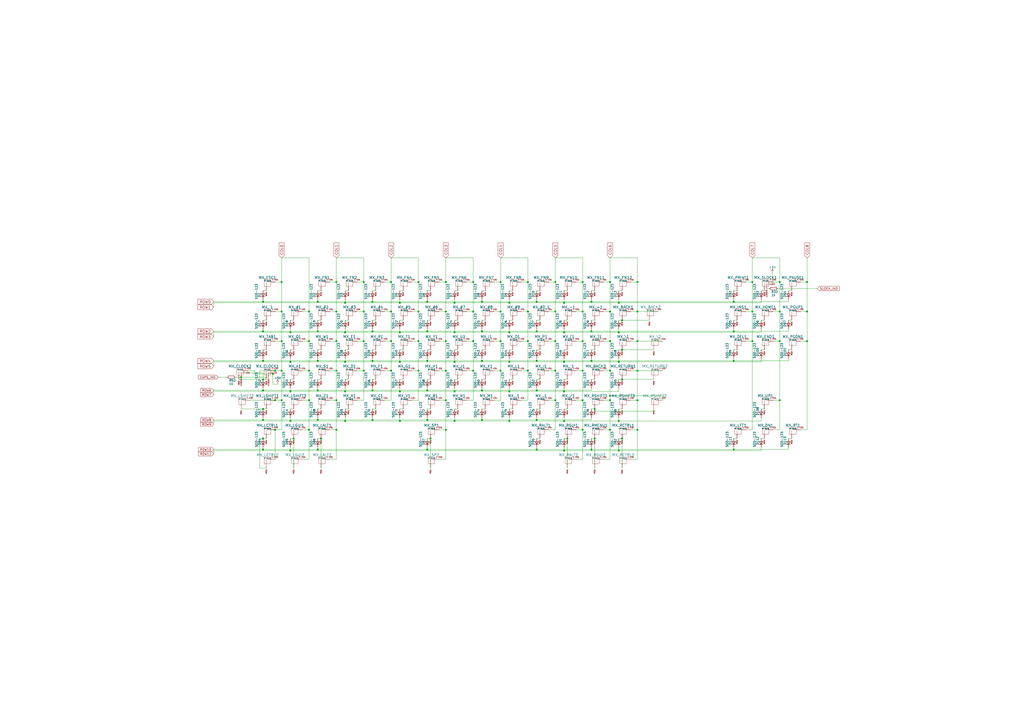
<source format=kicad_sch>
(kicad_sch (version 20211123) (generator eeschema)
  (paper "A2")
  (junction (at 358.9528 192.786))
  (junction (at 231.9528 227.076))
  (junction (at 195.1228 197.866))
  (junction (at 322.1228 197.866))
  (junction (at 152.5778 220.091))
  (junction (at 226.8728 180.721))
  (junction (at 184.3278 260.731))
  (junction (at 452.2978 197.866))
  (junction (at 231.9528 244.221))
  (junction (at 200.2028 192.786))
  (junction (at 369.7478 197.866))
  (junction (at 242.7478 215.011))
  (junction (at 311.3278 260.731))
  (junction (at 343.0778 175.006))
  (junction (at 327.2028 175.641))
  (junction (at 311.3278 175.006))
  (junction (at 200.2028 209.931))
  (junction (at 184.3278 226.441))
  (junction (at 210.9978 215.011))
  (junction (at 360.8578 254.381))
  (junction (at 369.7478 163.576))
  (junction (at 263.7028 244.221))
  (junction (at 210.9978 180.721))
  (junction (at 353.8728 232.156))
  (junction (at 184.3278 209.296))
  (junction (at 327.2028 227.076))
  (junction (at 279.5778 192.151))
  (junction (at 216.0778 175.006))
  (junction (at 295.4528 227.076))
  (junction (at 329.1078 254.381))
  (junction (at 179.2478 215.011))
  (junction (at 279.5778 226.441))
  (junction (at 152.5778 243.586))
  (junction (at 337.9978 163.576))
  (junction (at 343.0778 209.296))
  (junction (at 279.5778 243.586))
  (junction (at 163.3728 180.721))
  (junction (at 327.2028 192.786))
  (junction (at 311.3278 243.586))
  (junction (at 353.8728 215.011))
  (junction (at 139.8778 218.821))
  (junction (at 360.8578 185.801))
  (junction (at 295.4528 209.931))
  (junction (at 184.3278 243.586))
  (junction (at 337.9978 249.301))
  (junction (at 425.6278 260.731))
  (junction (at 263.7028 175.641))
  (junction (at 186.2328 254.381))
  (junction (at 210.9978 197.866))
  (junction (at 311.3278 226.441))
  (junction (at 159.5628 232.156))
  (junction (at 274.4978 197.866))
  (junction (at 231.9528 209.931))
  (junction (at 436.4228 197.866))
  (junction (at 168.4528 192.786))
  (junction (at 337.9978 197.866))
  (junction (at 306.2478 197.866))
  (junction (at 369.7478 215.011))
  (junction (at 290.3728 215.011))
  (junction (at 436.4228 163.576))
  (junction (at 168.4528 227.076))
  (junction (at 274.4978 215.011))
  (junction (at 452.2978 163.576))
  (junction (at 242.7478 180.721))
  (junction (at 163.3728 232.156))
  (junction (at 195.1228 215.011))
  (junction (at 353.8728 229.616))
  (junction (at 452.2978 232.156))
  (junction (at 247.8278 192.151))
  (junction (at 425.6278 192.151))
  (junction (at 322.1228 180.721))
  (junction (at 152.5778 209.296))
  (junction (at 168.4528 209.931))
  (junction (at 249.7328 254.381))
  (junction (at 247.8278 243.586))
  (junction (at 263.7028 227.076))
  (junction (at 226.8728 215.011))
  (junction (at 353.8728 249.301))
  (junction (at 337.9978 180.721))
  (junction (at 295.4528 175.641))
  (junction (at 327.2028 209.931))
  (junction (at 358.9528 261.366))
  (junction (at 200.2028 244.221))
  (junction (at 360.8578 220.091))
  (junction (at 179.2478 249.301))
  (junction (at 226.8728 163.576))
  (junction (at 184.3278 175.006))
  (junction (at 327.2028 244.221))
  (junction (at 306.2478 215.011))
  (junction (at 226.8728 197.866))
  (junction (at 247.8278 226.441))
  (junction (at 344.9828 254.381))
  (junction (at 327.2028 261.366))
  (junction (at 179.2478 197.866))
  (junction (at 274.4978 180.721))
  (junction (at 152.5778 226.441))
  (junction (at 322.1228 215.011))
  (junction (at 216.0778 226.441))
  (junction (at 152.5778 237.236))
  (junction (at 152.5778 260.731))
  (junction (at 311.3278 192.151))
  (junction (at 343.0778 260.731))
  (junction (at 179.2478 232.156))
  (junction (at 195.1228 180.721))
  (junction (at 425.6278 209.296))
  (junction (at 263.7028 192.786))
  (junction (at 322.1228 232.156))
  (junction (at 247.8278 260.731))
  (junction (at 242.7478 197.866))
  (junction (at 306.2478 180.721))
  (junction (at 258.6228 180.721))
  (junction (at 290.3728 197.866))
  (junction (at 163.3728 215.011))
  (junction (at 168.4528 261.366))
  (junction (at 163.3728 163.576))
  (junction (at 168.4528 244.221))
  (junction (at 369.7478 232.156))
  (junction (at 247.8278 209.296))
  (junction (at 152.5778 175.006))
  (junction (at 258.6228 215.011))
  (junction (at 343.0778 192.151))
  (junction (at 210.9978 163.576))
  (junction (at 358.9528 209.931))
  (junction (at 242.7478 163.576))
  (junction (at 152.5778 192.151))
  (junction (at 195.1228 163.576))
  (junction (at 358.9528 175.641))
  (junction (at 216.0778 209.296))
  (junction (at 322.1228 163.576))
  (junction (at 360.8578 202.946))
  (junction (at 247.8278 175.006))
  (junction (at 258.6228 249.301))
  (junction (at 263.7028 209.931))
  (junction (at 179.2478 180.721))
  (junction (at 468.1728 180.721))
  (junction (at 290.3728 163.576))
  (junction (at 216.0778 192.151))
  (junction (at 306.2478 163.576))
  (junction (at 279.5778 209.296))
  (junction (at 195.1228 249.301))
  (junction (at 468.1728 163.576))
  (junction (at 425.6278 175.006))
  (junction (at 295.4528 192.786))
  (junction (at 295.4528 244.221))
  (junction (at 200.2028 175.641))
  (junction (at 258.6228 197.866))
  (junction (at 337.9978 215.011))
  (junction (at 290.3728 180.721))
  (junction (at 369.7478 249.301))
  (junction (at 216.0778 243.586))
  (junction (at 258.6228 232.156))
  (junction (at 436.4228 180.721))
  (junction (at 337.9978 232.156))
  (junction (at 231.9528 175.641))
  (junction (at 200.2028 227.076))
  (junction (at 358.9528 244.221))
  (junction (at 184.3278 192.151))
  (junction (at 274.4978 163.576))
  (junction (at 158.2928 216.916))
  (junction (at 353.8728 163.576))
  (junction (at 353.8728 180.721))
  (junction (at 231.9528 192.786))
  (junction (at 452.2978 180.721))
  (junction (at 159.5628 215.011))
  (junction (at 195.1228 232.156))
  (junction (at 152.5778 254.381))
  (junction (at 468.1728 197.866))
  (junction (at 279.5778 175.006))
  (junction (at 311.3278 209.296))
  (junction (at 353.8728 197.866))
  (junction (at 344.9828 237.236))
  (junction (at 170.3578 254.381))
  (junction (at 258.6228 163.576))
  (junction (at 163.3728 197.866))
  (junction (at 159.5628 249.301))
  (junction (at 369.7478 180.721))
  (wire (pts (xy 186.2328 220.091) (xy 184.3278 220.091)))
  (wire (pts (xy 441.5028 190.881) (xy 441.5028 192.786)))
  (wire (pts (xy 327.2028 244.221) (xy 295.4528 244.221)))
  (wire (pts (xy 226.8728 180.721) (xy 223.0628 180.721)))
  (wire (pts (xy 369.7478 163.576) (xy 369.7478 180.721)))
  (wire (pts (xy 200.2028 227.076) (xy 168.4528 227.076)))
  (wire (pts (xy 179.2478 149.606) (xy 179.2478 180.721)))
  (wire (pts (xy 459.2828 168.656) (xy 457.3778 168.656)))
  (wire (pts (xy 384.3528 229.616) (xy 353.8728 229.616)))
  (wire (pts (xy 295.4528 209.931) (xy 263.7028 209.931)))
  (wire (pts (xy 242.7478 163.576) (xy 238.9378 163.576)))
  (wire (pts (xy 124.0028 175.641) (xy 200.2028 175.641)))
  (wire (pts (xy 202.1078 237.236) (xy 200.2028 237.236)))
  (wire (pts (xy 369.7478 180.721) (xy 381.8128 180.721)))
  (wire (pts (xy 358.9528 225.171) (xy 358.9528 227.076)))
  (wire (pts (xy 343.0778 259.461) (xy 343.0778 260.731)))
  (wire (pts (xy 468.1728 197.866) (xy 468.1728 249.301)))
  (wire (pts (xy 457.3778 192.151) (xy 457.3778 190.881)))
  (wire (pts (xy 195.1228 163.576) (xy 191.3128 163.576)))
  (wire (pts (xy 179.2478 249.301) (xy 179.2478 266.446)))
  (wire (pts (xy 474.1418 167.3606) (xy 451.231 167.386)))
  (wire (pts (xy 249.7328 202.946) (xy 247.8278 202.946)))
  (wire (pts (xy 226.8728 180.721) (xy 226.8728 197.866)))
  (wire (pts (xy 344.9828 237.236) (xy 343.0778 237.236)))
  (wire (pts (xy 281.4828 220.091) (xy 279.5778 220.091)))
  (wire (pts (xy 425.6278 185.801) (xy 427.5328 185.801)))
  (wire (pts (xy 184.3278 243.586) (xy 184.3278 242.316)))
  (wire (pts (xy 152.5778 216.281) (xy 147.4978 216.281)))
  (wire (pts (xy 216.0778 190.881) (xy 216.0778 192.151)))
  (wire (pts (xy 337.9978 163.576) (xy 337.9978 180.721)))
  (wire (pts (xy 322.1228 163.576) (xy 322.1228 180.721)))
  (wire (pts (xy 231.9528 190.881) (xy 231.9528 192.786)))
  (wire (pts (xy 436.4228 163.576) (xy 436.4228 180.721)))
  (wire (pts (xy 329.1078 185.801) (xy 327.2028 185.801)))
  (wire (pts (xy 425.6278 192.151) (xy 457.3778 192.151)))
  (wire (pts (xy 343.0778 209.296) (xy 425.6278 209.296)))
  (wire (pts (xy 258.6228 163.576) (xy 254.8128 163.576)))
  (wire (pts (xy 263.7028 244.221) (xy 231.9528 244.221)))
  (wire (pts (xy 184.3278 175.006) (xy 216.0778 175.006)))
  (wire (pts (xy 242.7478 163.576) (xy 242.7478 180.721)))
  (wire (pts (xy 163.3728 215.011) (xy 163.3728 232.156)))
  (wire (pts (xy 360.8578 237.236) (xy 358.9528 237.236)))
  (wire (pts (xy 186.2328 271.526) (xy 186.2328 254.381)))
  (wire (pts (xy 452.2978 197.866) (xy 452.2978 232.156)))
  (wire (pts (xy 231.9528 173.736) (xy 231.9528 175.641)))
  (wire (pts (xy 200.2028 173.736) (xy 200.2028 175.641)))
  (wire (pts (xy 216.0778 243.586) (xy 247.8278 243.586)))
  (wire (pts (xy 329.1078 237.236) (xy 327.2028 237.236)))
  (wire (pts (xy 158.2928 216.281) (xy 158.2928 216.916)))
  (wire (pts (xy 311.3278 226.441) (xy 343.0778 226.441)))
  (wire (pts (xy 152.5778 260.731) (xy 152.5778 259.461)))
  (wire (pts (xy 329.1078 220.091) (xy 327.2028 220.091)))
  (wire (pts (xy 184.3278 254.381) (xy 186.2328 254.381)))
  (wire (pts (xy 170.3578 202.946) (xy 168.4528 202.946)))
  (wire (pts (xy 147.4978 216.281) (xy 147.4978 215.011)))
  (wire (pts (xy 353.8728 163.576) (xy 350.0628 163.576)))
  (wire (pts (xy 124.0028 226.441) (xy 152.5778 226.441)))
  (wire (pts (xy 202.1078 202.946) (xy 200.2028 202.946)))
  (wire (pts (xy 379.2728 238.506) (xy 344.9828 238.506)))
  (wire (pts (xy 231.9528 227.076) (xy 200.2028 227.076)))
  (wire (pts (xy 144.9578 232.156) (xy 159.5628 232.156)))
  (wire (pts (xy 353.8728 232.156) (xy 353.8728 249.301)))
  (wire (pts (xy 226.8728 197.866) (xy 226.8728 215.011)))
  (wire (pts (xy 210.9978 163.576) (xy 207.1878 163.576)))
  (wire (pts (xy 327.2028 227.076) (xy 295.4528 227.076)))
  (wire (pts (xy 179.2478 215.011) (xy 179.2478 232.156)))
  (wire (pts (xy 247.8278 243.586) (xy 279.5778 243.586)))
  (wire (pts (xy 200.2028 192.786) (xy 168.4528 192.786)))
  (wire (pts (xy 184.3278 175.006) (xy 152.5778 175.006)))
  (wire (pts (xy 184.3278 259.461) (xy 184.3278 260.731)))
  (wire (pts (xy 163.3728 149.606) (xy 179.2478 149.606)))
  (wire (pts (xy 179.2478 266.446) (xy 175.4378 266.446)))
  (wire (pts (xy 452.2978 232.156) (xy 448.4878 232.156)))
  (wire (pts (xy 263.7028 192.786) (xy 231.9528 192.786)))
  (wire (pts (xy 200.2028 225.171) (xy 200.2028 227.076)))
  (wire (pts (xy 290.3728 215.011) (xy 286.5628 215.011)))
  (wire (pts (xy 263.7028 173.736) (xy 263.7028 175.641)))
  (wire (pts (xy 365.9378 180.721) (xy 369.7478 180.721)))
  (wire (pts (xy 322.1228 197.866) (xy 322.1228 215.011)))
  (wire (pts (xy 200.2028 209.931) (xy 168.4528 209.931)))
  (wire (pts (xy 195.1228 215.011) (xy 195.1228 232.156)))
  (wire (pts (xy 358.9528 227.076) (xy 327.2028 227.076)))
  (wire (pts (xy 369.7478 180.721) (xy 369.7478 197.866)))
  (wire (pts (xy 163.3728 163.576) (xy 159.5628 163.576)))
  (wire (pts (xy 179.2478 232.156) (xy 175.4378 232.156)))
  (wire (pts (xy 358.9528 261.366) (xy 327.2028 261.366)))
  (wire (pts (xy 343.0778 192.151) (xy 425.6278 192.151)))
  (wire (pts (xy 124.0028 260.731) (xy 152.5778 260.731)))
  (wire (pts (xy 265.6078 202.946) (xy 263.7028 202.946)))
  (wire (pts (xy 163.3728 249.301) (xy 159.5628 249.301)))
  (wire (pts (xy 425.6278 175.006) (xy 425.6278 173.736)))
  (wire (pts (xy 295.4528 190.881) (xy 295.4528 192.786)))
  (wire (pts (xy 297.3578 202.946) (xy 295.4528 202.946)))
  (wire (pts (xy 231.9528 244.221) (xy 200.2028 244.221)))
  (wire (pts (xy 274.4978 197.866) (xy 270.6878 197.866)))
  (wire (pts (xy 358.9528 208.026) (xy 358.9528 209.931)))
  (wire (pts (xy 150.6728 215.011) (xy 159.5628 215.011)))
  (wire (pts (xy 242.7478 197.866) (xy 238.9378 197.866)))
  (wire (pts (xy 152.5778 254.381) (xy 154.4828 254.381)))
  (wire (pts (xy 353.8728 180.721) (xy 353.8728 197.866)))
  (wire (pts (xy 358.9528 185.801) (xy 360.8578 185.801)))
  (wire (pts (xy 279.5778 243.586) (xy 311.3278 243.586)))
  (wire (pts (xy 384.3528 197.866) (xy 369.7478 197.866)))
  (wire (pts (xy 216.0778 208.026) (xy 216.0778 209.296)))
  (wire (pts (xy 290.3728 149.606) (xy 290.3728 163.576)))
  (wire (pts (xy 159.5628 249.301) (xy 159.5628 266.446)))
  (wire (pts (xy 249.7328 237.236) (xy 247.8278 237.236)))
  (wire (pts (xy 327.2028 242.316) (xy 327.2028 244.221)))
  (wire (pts (xy 443.4078 254.381) (xy 441.5028 254.381)))
  (wire (pts (xy 360.8578 271.526) (xy 360.8578 254.381)))
  (wire (pts (xy 263.7028 225.171) (xy 263.7028 227.076)))
  (wire (pts (xy 290.3728 163.576) (xy 290.3728 180.721)))
  (wire (pts (xy 353.8728 249.301) (xy 350.0628 249.301)))
  (wire (pts (xy 441.5028 208.026) (xy 441.5028 209.931)))
  (wire (pts (xy 468.1728 180.721) (xy 468.1728 197.866)))
  (wire (pts (xy 263.7028 209.931) (xy 231.9528 209.931)))
  (wire (pts (xy 154.4828 220.091) (xy 152.5778 220.091)))
  (wire (pts (xy 124.0028 261.366) (xy 168.4528 261.366)))
  (wire (pts (xy 154.4828 185.801) (xy 152.5778 185.801)))
  (wire (pts (xy 242.7478 215.011) (xy 238.9378 215.011)))
  (wire (pts (xy 249.7328 185.801) (xy 247.8278 185.801)))
  (wire (pts (xy 170.3578 237.236) (xy 168.4528 237.236)))
  (wire (pts (xy 457.3778 260.731) (xy 457.3778 259.461)))
  (wire (pts (xy 353.8728 215.011) (xy 353.8728 229.616)))
  (wire (pts (xy 184.3278 190.881) (xy 184.3278 192.151)))
  (wire (pts (xy 360.8578 220.091) (xy 379.2728 220.091)))
  (wire (pts (xy 337.9978 249.301) (xy 334.1878 249.301)))
  (wire (pts (xy 216.0778 243.586) (xy 216.0778 242.316)))
  (wire (pts (xy 249.7328 254.381) (xy 247.8278 254.381)))
  (wire (pts (xy 210.9978 232.156) (xy 207.1878 232.156)))
  (wire (pts (xy 217.9828 202.946) (xy 216.0778 202.946)))
  (wire (pts (xy 452.2978 149.606) (xy 452.2978 163.576)))
  (wire (pts (xy 200.2028 208.026) (xy 200.2028 209.931)))
  (wire (pts (xy 168.4528 208.026) (xy 168.4528 209.931)))
  (wire (pts (xy 427.5328 168.656) (xy 425.6278 168.656)))
  (wire (pts (xy 457.3778 175.006) (xy 457.3778 173.736)))
  (wire (pts (xy 152.5778 260.731) (xy 184.3278 260.731)))
  (wire (pts (xy 313.2328 237.236) (xy 311.3278 237.236)))
  (wire (pts (xy 168.4528 259.461) (xy 168.4528 261.366)))
  (wire (pts (xy 281.4828 237.236) (xy 279.5778 237.236)))
  (wire (pts (xy 258.6228 149.606) (xy 258.6228 163.576)))
  (wire (pts (xy 210.9978 163.576) (xy 210.9978 180.721)))
  (wire (pts (xy 327.2028 225.171) (xy 327.2028 227.076)))
  (wire (pts (xy 150.6728 220.091) (xy 138.6078 220.091)))
  (wire (pts (xy 358.9528 242.316) (xy 358.9528 244.221)))
  (wire (pts (xy 247.8278 225.171) (xy 247.8278 226.441)))
  (wire (pts (xy 152.5778 243.586) (xy 184.3278 243.586)))
  (wire (pts (xy 441.5028 192.786) (xy 358.9528 192.786)))
  (wire (pts (xy 216.0778 225.171) (xy 216.0778 226.441)))
  (wire (pts (xy 163.3728 163.576) (xy 163.3728 180.721)))
  (wire (pts (xy 210.9978 180.721) (xy 210.9978 197.866)))
  (wire (pts (xy 152.5778 225.171) (xy 152.5778 226.441)))
  (wire (pts (xy 452.2978 232.156) (xy 452.2978 249.301)))
  (wire (pts (xy 311.3278 260.731) (xy 247.8278 260.731)))
  (wire (pts (xy 263.7028 208.026) (xy 263.7028 209.931)))
  (wire (pts (xy 327.2028 173.736) (xy 327.2028 175.641)))
  (wire (pts (xy 468.1728 249.301) (xy 464.3628 249.301)))
  (wire (pts (xy 152.5778 175.006) (xy 124.0028 175.006)))
  (wire (pts (xy 306.2478 180.721) (xy 302.4378 180.721)))
  (wire (pts (xy 247.8278 192.151) (xy 279.5778 192.151)))
  (wire (pts (xy 159.5628 215.011) (xy 163.3728 215.011)))
  (wire (pts (xy 425.6278 260.731) (xy 457.3778 260.731)))
  (wire (pts (xy 247.8278 259.461) (xy 247.8278 260.731)))
  (wire (pts (xy 152.5778 242.316) (xy 152.5778 243.586)))
  (wire (pts (xy 311.3278 225.171) (xy 311.3278 226.441)))
  (wire (pts (xy 152.5778 226.441) (xy 184.3278 226.441)))
  (wire (pts (xy 379.2728 237.236) (xy 379.2728 238.506)))
  (wire (pts (xy 186.2328 185.801) (xy 184.3278 185.801)))
  (wire (pts (xy 306.2478 197.866) (xy 302.4378 197.866)))
  (wire (pts (xy 441.5028 175.641) (xy 358.9528 175.641)))
  (wire (pts (xy 247.8278 226.441) (xy 279.5778 226.441)))
  (wire (pts (xy 337.9978 163.576) (xy 334.1878 163.576)))
  (wire (pts (xy 452.2978 163.576) (xy 452.2978 180.721)))
  (wire (pts (xy 242.7478 180.721) (xy 238.9378 180.721)))
  (wire (pts (xy 329.1078 254.381) (xy 329.1078 271.526)))
  (wire (pts (xy 279.5778 243.586) (xy 279.5778 242.316)))
  (wire (pts (xy 311.3278 175.006) (xy 343.0778 175.006)))
  (wire (pts (xy 452.2978 180.721) (xy 448.4878 180.721)))
  (wire (pts (xy 369.7478 197.866) (xy 369.7478 215.011)))
  (wire (pts (xy 274.4978 149.606) (xy 274.4978 163.576)))
  (wire (pts (xy 295.4528 192.786) (xy 263.7028 192.786)))
  (wire (pts (xy 195.1228 149.606) (xy 195.1228 163.576)))
  (wire (pts (xy 217.9828 237.236) (xy 216.0778 237.236)))
  (wire (pts (xy 443.4078 202.946) (xy 441.5028 202.946)))
  (wire (pts (xy 329.1078 168.656) (xy 327.2028 168.656)))
  (wire (pts (xy 311.3278 243.586) (xy 343.0778 243.586)))
  (wire (pts (xy 441.5028 242.316) (xy 441.5028 244.221)))
  (wire (pts (xy 154.4828 168.656) (xy 152.5778 168.656)))
  (wire (pts (xy 344.9828 185.801) (xy 343.0778 185.801)))
  (wire (pts (xy 306.2478 163.576) (xy 302.4378 163.576)))
  (wire (pts (xy 179.2478 197.866) (xy 175.4378 197.866)))
  (wire (pts (xy 247.8278 260.731) (xy 184.3278 260.731)))
  (wire (pts (xy 217.9828 220.091) (xy 216.0778 220.091)))
  (wire (pts (xy 369.7478 197.866) (xy 365.9378 197.866)))
  (wire (pts (xy 295.4528 227.076) (xy 263.7028 227.076)))
  (wire (pts (xy 146.8628 216.281) (xy 146.8628 216.916)))
  (wire (pts (xy 150.6728 271.526) (xy 154.4828 271.526)))
  (wire (pts (xy 281.4828 168.656) (xy 279.5778 168.656)))
  (wire (pts (xy 436.4228 197.866) (xy 432.6128 197.866)))
  (wire (pts (xy 184.3278 226.441) (xy 216.0778 226.441)))
  (wire (pts (xy 427.5328 254.381) (xy 425.6278 254.381)))
  (wire (pts (xy 452.2978 197.866) (xy 448.4878 197.866)))
  (wire (pts (xy 202.1078 185.801) (xy 200.2028 185.801)))
  (wire (pts (xy 195.1228 180.721) (xy 191.3128 180.721)))
  (wire (pts (xy 124.0028 212.471) (xy 124.0028 209.931)))
  (wire (pts (xy 281.4828 185.801) (xy 279.5778 185.801)))
  (wire (pts (xy 436.4228 180.721) (xy 436.4228 197.866)))
  (wire (pts (xy 210.9978 197.866) (xy 210.9978 215.011)))
  (wire (pts (xy 358.9528 261.366) (xy 441.5028 261.366)))
  (wire (pts (xy 249.7328 168.656) (xy 247.8278 168.656)))
  (wire (pts (xy 369.7478 149.606) (xy 369.7478 163.576)))
  (wire (pts (xy 360.8578 168.656) (xy 358.9528 168.656)))
  (wire (pts (xy 152.5778 190.881) (xy 152.5778 192.151)))
  (wire (pts (xy 170.3578 185.801) (xy 168.4528 185.801)))
  (wire (pts (xy 274.4978 215.011) (xy 270.6878 215.011)))
  (wire (pts (xy 247.8278 190.881) (xy 247.8278 192.151)))
  (wire (pts (xy 168.4528 242.316) (xy 168.4528 244.221)))
  (wire (pts (xy 311.3278 260.731) (xy 343.0778 260.731)))
  (wire (pts (xy 353.8728 163.576) (xy 353.8728 180.721)))
  (wire (pts (xy 427.5328 202.946) (xy 425.6278 202.946)))
  (wire (pts (xy 318.3128 232.156) (xy 322.1228 232.156)))
  (wire (pts (xy 353.8728 197.866) (xy 353.8728 215.011)))
  (wire (pts (xy 195.1228 197.866) (xy 195.1228 215.011)))
  (wire (pts (xy 247.8278 175.006) (xy 279.5778 175.006)))
  (wire (pts (xy 152.5778 209.296) (xy 184.3278 209.296)))
  (wire (pts (xy 358.9528 244.221) (xy 327.2028 244.221)))
  (wire (pts (xy 242.7478 232.156) (xy 238.9378 232.156)))
  (wire (pts (xy 163.3728 180.721) (xy 163.3728 197.866)))
  (wire (pts (xy 274.4978 215.011) (xy 274.4978 232.156)))
  (wire (pts (xy 425.6278 209.296) (xy 425.6278 208.026)))
  (wire (pts (xy 247.8278 243.586) (xy 247.8278 242.316)))
  (wire (pts (xy 337.9978 149.606) (xy 337.9978 163.576)))
  (wire (pts (xy 242.7478 149.606) (xy 242.7478 163.576)))
  (wire (pts (xy 468.1728 180.721) (xy 464.3628 180.721)))
  (wire (pts (xy 322.1228 215.011) (xy 318.3128 215.011)))
  (wire (pts (xy 258.6228 249.301) (xy 254.8128 249.301)))
  (wire (pts (xy 263.7028 227.076) (xy 231.9528 227.076)))
  (wire (pts (xy 306.2478 215.011) (xy 302.4378 215.011)))
  (wire (pts (xy 384.3528 232.156) (xy 384.3528 229.616)))
  (wire (pts (xy 242.7478 197.866) (xy 242.7478 215.011)))
  (wire (pts (xy 184.3278 243.586) (xy 216.0778 243.586)))
  (wire (pts (xy 322.1228 180.721) (xy 322.1228 197.866)))
  (wire (pts (xy 436.4228 149.606) (xy 452.2978 149.606)))
  (wire (pts (xy 274.4978 163.576) (xy 274.4978 180.721)))
  (wire (pts (xy 202.1078 220.091) (xy 200.2028 220.091)))
  (wire (pts (xy 279.5778 225.171) (xy 279.5778 226.441)))
  (wire (pts (xy 343.0778 190.881) (xy 343.0778 192.151)))
  (wire (pts (xy 168.4528 244.221) (xy 124.0028 244.221)))
  (wire (pts (xy 231.9528 192.786) (xy 200.2028 192.786)))
  (wire (pts (xy 226.8728 149.606) (xy 242.7478 149.606)))
  (wire (pts (xy 290.3728 163.576) (xy 286.5628 163.576)))
  (wire (pts (xy 448.056 164.846) (xy 448.056 158.5976)))
  (wire (pts (xy 163.3728 180.721) (xy 159.5628 180.721)))
  (wire (pts (xy 184.3278 225.171) (xy 184.3278 226.441)))
  (wire (pts (xy 258.6228 215.011) (xy 254.8128 215.011)))
  (wire (pts (xy 258.6228 197.866) (xy 258.6228 215.011)))
  (wire (pts (xy 322.1228 197.866) (xy 318.3128 197.866)))
  (wire (pts (xy 358.9528 259.461) (xy 358.9528 261.366)))
  (wire (pts (xy 210.9978 215.011) (xy 207.1878 215.011)))
  (wire (pts (xy 233.8578 220.091) (xy 231.9528 220.091)))
  (wire (pts (xy 329.1078 202.946) (xy 327.2028 202.946)))
  (wire (pts (xy 195.1228 232.156) (xy 191.3128 232.156)))
  (wire (pts (xy 258.6228 215.011) (xy 258.6228 232.156)))
  (wire (pts (xy 258.6228 232.156) (xy 258.6228 249.301)))
  (wire (pts (xy 247.8278 173.736) (xy 247.8278 175.006)))
  (wire (pts (xy 200.2028 190.881) (xy 200.2028 192.786)))
  (wire (pts (xy 337.9978 215.011) (xy 337.9978 232.156)))
  (wire (pts (xy 170.3578 220.091) (xy 168.4528 220.091)))
  (wire (pts (xy 369.7478 232.156) (xy 369.7478 215.011)))
  (wire (pts (xy 195.1228 266.446) (xy 191.3128 266.446)))
  (wire (pts (xy 150.6728 215.011) (xy 150.6728 220.091)))
  (wire (pts (xy 274.4978 180.721) (xy 274.4978 197.866)))
  (wire (pts (xy 337.9978 197.866) (xy 337.9978 215.011)))
  (wire (pts (xy 226.8728 163.576) (xy 226.8728 180.721)))
  (wire (pts (xy 152.5778 243.586) (xy 124.0028 243.586)))
  (wire (pts (xy 195.1228 232.156) (xy 195.1228 249.301)))
  (wire (pts (xy 258.6228 197.866) (xy 254.8128 197.866)))
  (wire (pts (xy 369.7478 163.576) (xy 365.9378 163.576)))
  (wire (pts (xy 226.8728 149.606) (xy 226.8728 163.576)))
  (wire (pts (xy 249.7328 220.091) (xy 247.8278 220.091)))
  (wire (pts (xy 436.4228 149.606) (xy 436.4228 163.576)))
  (wire (pts (xy 290.3728 180.721) (xy 286.5628 180.721)))
  (wire (pts (xy 441.5028 259.461) (xy 441.5028 261.366)))
  (wire (pts (xy 258.6228 180.721) (xy 258.6228 197.866)))
  (wire (pts (xy 152.5778 220.091) (xy 152.5778 216.281)))
  (wire (pts (xy 360.8578 202.946) (xy 379.2728 202.946)))
  (wire (pts (xy 168.4528 227.076) (xy 124.0028 227.076)))
  (wire (pts (xy 152.5778 237.236) (xy 139.8778 237.236)))
  (wire (pts (xy 369.7478 249.301) (xy 369.7478 266.446)))
  (wire (pts (xy 459.2828 185.801) (xy 457.3778 185.801)))
  (wire (pts (xy 168.4528 254.381) (xy 170.3578 254.381)))
  (wire (pts (xy 279.5778 226.441) (xy 311.3278 226.441)))
  (wire (pts (xy 353.8728 149.606) (xy 369.7478 149.606)))
  (wire (pts (xy 195.1228 163.576) (xy 195.1228 180.721)))
  (wire (pts (xy 154.4828 202.946) (xy 152.5778 202.946)))
  (wire (pts (xy 313.2328 202.946) (xy 311.3278 202.946)))
  (wire (pts (xy 322.1228 149.606) (xy 322.1228 163.576)))
  (wire (pts (xy 163.3728 197.866) (xy 159.5628 197.866)))
  (wire (pts (xy 231.9528 209.931) (xy 200.2028 209.931)))
  (wire (pts (xy 384.3528 215.011) (xy 369.7478 215.011)))
  (wire (pts (xy 168.4528 192.786) (xy 124.0028 192.786)))
  (wire (pts (xy 468.1728 149.606) (xy 468.1728 163.576)))
  (wire (pts (xy 306.2478 232.156) (xy 302.4378 232.156)))
  (wire (pts (xy 216.0778 173.736) (xy 216.0778 175.006)))
  (wire (pts (xy 436.4228 249.301) (xy 432.6128 249.301)))
  (wire (pts (xy 124.0028 192.786) (xy 124.0028 195.326)))
  (wire (pts (xy 313.2328 220.091) (xy 311.3278 220.091)))
  (wire (pts (xy 124.0028 209.296) (xy 152.5778 209.296)))
  (wire (pts (xy 184.3278 209.296) (xy 216.0778 209.296)))
  (wire (pts (xy 216.0778 226.441) (xy 247.8278 226.441)))
  (wire (pts (xy 360.8578 254.381) (xy 358.9528 254.381)))
  (wire (pts (xy 432.6128 180.721) (xy 436.4228 180.721)))
  (wire (pts (xy 226.8728 163.576) (xy 223.0628 163.576)))
  (wire (pts (xy 279.5778 208.026) (xy 279.5778 209.296)))
  (wire (pts (xy 358.9528 175.641) (xy 327.2028 175.641)))
  (wire (pts (xy 327.2028 208.026) (xy 327.2028 209.931)))
  (wire (pts (xy 263.7028 190.881) (xy 263.7028 192.786)))
  (wire (pts (xy 186.2328 202.946) (xy 184.3278 202.946)))
  (wire (pts (xy 124.0028 261.366) (xy 124.0028 263.271)))
  (wire (pts (xy 297.3578 168.656) (xy 295.4528 168.656)))
  (wire (pts (xy 274.4978 180.721) (xy 270.6878 180.721)))
  (wire (pts (xy 297.3578 220.091) (xy 295.4528 220.091)))
  (wire (pts (xy 124.0028 244.221) (xy 124.0028 246.126)))
  (wire (pts (xy 124.0028 178.181) (xy 124.0028 175.641)))
  (wire (pts (xy 126.5428 218.821) (xy 131.6228 218.821)))
  (wire (pts (xy 327.2028 209.931) (xy 295.4528 209.931)))
  (wire (pts (xy 295.4528 242.316) (xy 295.4528 244.221)))
  (wire (pts (xy 343.0778 260.731) (xy 425.6278 260.731)))
  (wire (pts (xy 202.1078 168.656) (xy 200.2028 168.656)))
  (wire (pts (xy 459.2828 254.381) (xy 457.3778 254.381)))
  (wire (pts (xy 295.4528 244.221) (xy 263.7028 244.221)))
  (wire (pts (xy 179.2478 215.011) (xy 175.4378 215.011)))
  (wire (pts (xy 337.9978 232.156) (xy 334.1878 232.156)))
  (wire (pts (xy 443.4078 237.236) (xy 441.5028 237.236)))
  (wire (pts (xy 279.5778 209.296) (xy 311.3278 209.296)))
  (wire (pts (xy 360.8578 185.801) (xy 376.7328 185.801)))
  (wire (pts (xy 365.9378 215.011) (xy 369.7478 215.011)))
  (wire (pts (xy 231.9528 208.026) (xy 231.9528 209.931)))
  (wire (pts (xy 441.5028 209.931) (xy 358.9528 209.931)))
  (wire (pts (xy 168.4528 261.366) (xy 327.2028 261.366)))
  (wire (pts (xy 365.9378 232.156) (xy 369.7478 232.156)))
  (wire (pts (xy 217.9828 185.801) (xy 216.0778 185.801)))
  (wire (pts (xy 226.8728 215.011) (xy 223.0628 215.011)))
  (wire (pts (xy 279.5778 192.151) (xy 311.3278 192.151)))
  (wire (pts (xy 184.3278 173.736) (xy 184.3278 175.006)))
  (wire (pts (xy 179.2478 249.301) (xy 175.4378 249.301)))
  (wire (pts (xy 327.2028 190.881) (xy 327.2028 192.786)))
  (wire (pts (xy 297.3578 185.801) (xy 295.4528 185.801)))
  (wire (pts (xy 195.1228 180.721) (xy 195.1228 197.866)))
  (wire (pts (xy 258.6228 163.576) (xy 258.6228 180.721)))
  (wire (pts (xy 343.0778 220.091) (xy 344.9828 220.091)))
  (wire (pts (xy 195.1228 215.011) (xy 191.3128 215.011)))
  (wire (pts (xy 233.8578 168.656) (xy 231.9528 168.656)))
  (wire (pts (xy 358.9528 202.946) (xy 360.8578 202.946)))
  (wire (pts (xy 152.5778 237.236) (xy 154.4828 237.236)))
  (wire (pts (xy 258.6228 249.301) (xy 258.6228 266.446)))
  (wire (pts (xy 265.6078 220.091) (xy 263.7028 220.091)))
  (wire (pts (xy 337.9978 180.721) (xy 334.1878 180.721)))
  (wire (pts (xy 443.4078 168.656) (xy 441.5028 168.656)))
  (wire (pts (xy 290.3728 197.866) (xy 290.3728 215.011)))
  (wire (pts (xy 443.4078 185.801) (xy 441.5028 185.801)))
  (wire (pts (xy 322.1228 149.606) (xy 337.9978 149.606)))
  (wire (pts (xy 306.2478 215.011) (xy 306.2478 232.156)))
  (wire (pts (xy 210.9978 180.721) (xy 207.1878 180.721)))
  (wire (pts (xy 365.9378 249.301) (xy 369.7478 249.301)))
  (wire (pts (xy 231.9528 175.641) (xy 200.2028 175.641)))
  (wire (pts (xy 334.1878 266.446) (xy 337.9978 266.446)))
  (wire (pts (xy 306.2478 149.606) (xy 306.2478 163.576)))
  (wire (pts (xy 258.6228 266.446) (xy 254.8128 266.446)))
  (wire (pts (xy 457.3778 209.296) (xy 457.3778 208.026)))
  (wire (pts (xy 195.1228 249.301) (xy 195.1228 266.446)))
  (wire (pts (xy 343.0778 208.026) (xy 343.0778 209.296)))
  (wire (pts (xy 306.2478 180.721) (xy 306.2478 197.866)))
  (wire (pts (xy 337.9978 197.866) (xy 334.1878 197.866)))
  (wire (pts (xy 327.2028 254.381) (xy 329.1078 254.381)))
  (wire (pts (xy 343.0778 175.006) (xy 425.6278 175.006)))
  (wire (pts (xy 216.0778 209.296) (xy 247.8278 209.296)))
  (wire (pts (xy 274.4978 163.576) (xy 270.6878 163.576)))
  (wire (pts (xy 306.2478 163.576) (xy 306.2478 180.721)))
  (wire (pts (xy 353.8728 266.446) (xy 353.8728 249.301)))
  (wire (pts (xy 425.6278 192.151) (xy 425.6278 190.881)))
  (wire (pts (xy 425.6278 209.296) (xy 457.3778 209.296)))
  (wire (pts (xy 258.6228 180.721) (xy 254.8128 180.721)))
  (wire (pts (xy 311.3278 208.026) (xy 311.3278 209.296)))
  (wire (pts (xy 311.3278 192.151) (xy 343.0778 192.151)))
  (wire (pts (xy 295.4528 225.171) (xy 295.4528 227.076)))
  (wire (pts (xy 200.2028 244.221) (xy 168.4528 244.221)))
  (wire (pts (xy 327.2028 259.461) (xy 327.2028 261.366)))
  (wire (pts (xy 184.3278 192.151) (xy 216.0778 192.151)))
  (wire (pts (xy 425.6278 260.731) (xy 425.6278 259.461)))
  (wire (pts (xy 468.1728 163.576) (xy 464.3628 163.576)))
  (wire (pts (xy 186.2328 168.656) (xy 184.3278 168.656)))
  (wire (pts (xy 322.1228 249.301) (xy 322.1228 232.156)))
  (wire (pts (xy 322.1228 249.301) (xy 318.3128 249.301)))
  (wire (pts (xy 233.8578 185.801) (xy 231.9528 185.801)))
  (wire (pts (xy 313.2328 185.801) (xy 311.3278 185.801)))
  (wire (pts (xy 295.4528 208.026) (xy 295.4528 209.931)))
  (wire (pts (xy 163.3728 232.156) (xy 163.3728 249.301)))
  (wire (pts (xy 446.151 167.386) (xy 444.6778 167.386)))
  (wire (pts (xy 295.4528 173.736) (xy 295.4528 175.641)))
  (wire (pts (xy 279.5778 190.881) (xy 279.5778 192.151)))
  (wire (pts (xy 279.5778 173.736) (xy 279.5778 175.006)))
  (wire (pts (xy 274.4978 197.866) (xy 274.4978 215.011)))
  (wire (pts (xy 311.3278 209.296) (xy 343.0778 209.296)))
  (wire (pts (xy 452.2978 180.721) (xy 452.2978 197.866)))
  (wire (pts (xy 452.2978 249.301) (xy 448.4878 249.301)))
  (wire (pts (xy 343.0778 225.171) (xy 343.0778 226.441)))
  (wire (pts (xy 327.2028 192.786) (xy 295.4528 192.786)))
  (wire (pts (xy 344.9828 202.946) (xy 343.0778 202.946)))
  (wire (pts (xy 290.3728 197.866) (xy 286.5628 197.866)))
  (wire (pts (xy 274.4978 232.156) (xy 270.6878 232.156)))
  (wire (pts (xy 290.3728 215.011) (xy 290.3728 232.156)))
  (wire (pts (xy 306.2478 197.866) (xy 306.2478 215.011)))
  (wire (pts (xy 263.7028 175.641) (xy 231.9528 175.641)))
  (wire (pts (xy 158.2928 216.916) (xy 158.2928 222.8342)))
  (wire (pts (xy 441.5028 173.736) (xy 441.5028 175.641)))
  (wire (pts (xy 179.2478 197.866) (xy 179.2478 215.011)))
  (wire (pts (xy 311.3278 173.736) (xy 311.3278 175.006)))
  (wire (pts (xy 343.0778 173.736) (xy 343.0778 175.006)))
  (wire (pts (xy 350.0628 215.011) (xy 353.8728 215.011)))
  (wire (pts (xy 290.3728 232.156) (xy 286.5628 232.156)))
  (wire (pts (xy 452.2978 163.576) (xy 448.4878 163.576)))
  (wire (pts (xy 358.9528 244.221) (xy 441.5028 244.221)))
  (wire (pts (xy 263.7028 242.316) (xy 263.7028 244.221)))
  (wire (pts (xy 210.9978 215.011) (xy 210.9978 232.156)))
  (wire (pts (xy 217.9828 168.656) (xy 216.0778 168.656)))
  (wire (pts (xy 139.8778 218.821) (xy 155.7528 218.821)))
  (wire (pts (xy 152.5778 192.151) (xy 184.3278 192.151)))
  (wire (pts (xy 344.9828 168.656) (xy 343.0778 168.656)))
  (wire (pts (xy 150.6728 254.381) (xy 152.5778 254.381)))
  (wire (pts (xy 459.2828 202.946) (xy 457.3778 202.946)))
  (wire (pts (xy 233.8578 202.946) (xy 231.9528 202.946)))
  (wire (pts (xy 358.9528 209.931) (xy 327.2028 209.931)))
  (wire (pts (xy 468.1728 163.576) (xy 468.1728 180.721)))
  (wire (pts (xy 281.4828 202.946) (xy 279.5778 202.946)))
  (wire (pts (xy 353.8728 180.721) (xy 350.0628 180.721)))
  (wire (pts (xy 290.3728 149.606) (xy 306.2478 149.606)))
  (wire (pts (xy 231.9528 225.171) (xy 231.9528 227.076)))
  (wire (pts (xy 136.7028 218.821) (xy 139.8778 218.821)))
  (wire (pts (xy 327.2028 175.641) (xy 295.4528 175.641)))
  (wire (pts (xy 337.9978 180.721) (xy 337.9978 197.866)))
  (wire (pts (xy 231.9528 242.316) (xy 231.9528 244.221)))
  (wire (pts (xy 258.6228 149.606) (xy 274.4978 149.606)))
  (wire (pts (xy 468.1728 197.866) (xy 464.3628 197.866)))
  (wire (pts (xy 313.2328 168.656) (xy 311.3278 168.656)))
  (wire (pts (xy 179.2478 232.156) (xy 179.2478 249.301)))
  (wire (pts (xy 200.2028 242.316) (xy 200.2028 244.221)))
  (wire (pts (xy 152.5778 208.026) (xy 152.5778 209.296)))
  (wire (pts (xy 344.9828 238.506) (xy 344.9828 237.236)))
  (wire (pts (xy 337.9978 215.011) (xy 334.1878 215.011)))
  (wire (pts (xy 358.9528 173.736) (xy 358.9528 175.641)))
  (wire (pts (xy 297.3578 237.236) (xy 295.4528 237.236)))
  (wire (pts (xy 337.9978 266.446) (xy 337.9978 249.301)))
  (wire (pts (xy 353.8728 197.866) (xy 350.0628 197.866)))
  (wire (pts (xy 425.6278 175.006) (xy 457.3778 175.006)))
  (wire (pts (xy 322.1228 163.576) (xy 318.3128 163.576)))
  (wire (pts (xy 436.4228 163.576) (xy 432.6128 163.576)))
  (wire (pts (xy 124.0028 192.151) (xy 152.5778 192.151)))
  (wire (pts (xy 358.9528 190.881) (xy 358.9528 192.786)))
  (wire (pts (xy 163.3728 197.866) (xy 163.3728 215.011)))
  (wire (pts (xy 436.4228 197.866) (xy 436.4228 249.301)))
  (wire (pts (xy 247.8278 209.296) (xy 279.5778 209.296)))
  (wire (pts (xy 158.2928 222.8342) (xy 161.036 222.8342)))
  (wire (pts (xy 322.1228 180.721) (xy 318.3128 180.721)))
  (wire (pts (xy 152.5778 173.736) (xy 152.5778 175.006)))
  (wire (pts (xy 311.3278 259.461) (xy 311.3278 260.731)))
  (wire (pts (xy 242.7478 180.721) (xy 242.7478 197.866)))
  (wire (pts (xy 295.4528 175.641) (xy 263.7028 175.641)))
  (wire (pts (xy 216.0778 175.006) (xy 247.8278 175.006)))
  (wire (pts (xy 343.0778 242.316) (xy 343.0778 243.586)))
  (wire (pts (xy 186.2328 237.236) (xy 184.3278 237.236)))
  (wire (pts (xy 247.8278 208.026) (xy 247.8278 209.296)))
  (wire (pts (xy 233.8578 237.236) (xy 231.9528 237.236)))
  (wire (pts (xy 195.1228 149.606) (xy 210.9978 149.606)))
  (wire (pts (xy 353.8728 229.616) (xy 353.8728 232.156)))
  (wire (pts (xy 184.3278 208.026) (xy 184.3278 209.296)))
  (wire (pts (xy 311.3278 254.381) (xy 313.2328 254.381)))
  (wire (pts (xy 216.0778 192.151) (xy 247.8278 192.151)))
  (wire (pts (xy 210.9978 197.866) (xy 207.1878 197.866)))
  (wire (pts (xy 195.1228 197.866) (xy 191.3128 197.866)))
  (wire (pts (xy 168.4528 190.881) (xy 168.4528 192.786)))
  (wire (pts (xy 124.0028 227.076) (xy 124.0028 228.981)))
  (wire (pts (xy 358.9528 192.786) (xy 327.2028 192.786)))
  (wire (pts (xy 146.8628 216.916) (xy 158.2928 216.916)))
  (wire (pts (xy 170.3578 271.526) (xy 170.3578 254.381)))
  (wire (pts (xy 265.6078 168.656) (xy 263.7028 168.656)))
  (wire (pts (xy 337.9978 232.156) (xy 337.9978 249.301)))
  (wire (pts (xy 210.9978 149.606) (xy 210.9978 163.576)))
  (wire (pts (xy 258.6228 232.156) (xy 254.8128 232.156)))
  (wire (pts (xy 322.1228 215.011) (xy 322.1228 232.156)))
  (wire (pts (xy 369.7478 249.301) (xy 369.7478 232.156)))
  (wire (pts (xy 265.6078 185.801) (xy 263.7028 185.801)))
  (wire (pts (xy 226.8728 232.156) (xy 223.0628 232.156)))
  (wire (pts (xy 226.8728 215.011) (xy 226.8728 232.156)))
  (wire (pts (xy 344.9828 254.381) (xy 343.0778 254.381)))
  (wire (pts (xy 124.0028 209.931) (xy 168.4528 209.931)))
  (wire (pts (xy 353.8728 232.156) (xy 350.0628 232.156)))
  (wire (pts (xy 350.0628 266.446) (xy 353.8728 266.446)))
  (wire (pts (xy 311.3278 190.881) (xy 311.3278 192.151)))
  (wire (pts (xy 147.4978 215.011) (xy 143.6878 215.011)))
  (wire (pts (xy 168.4528 225.171) (xy 168.4528 227.076)))
  (wire (pts (xy 179.2478 180.721) (xy 179.2478 197.866)))
  (wire (pts (xy 249.7328 254.381) (xy 249.7328 271.526)))
  (wire (pts (xy 353.8728 149.606) (xy 353.8728 163.576)))
  (wire (pts (xy 369.7478 266.446) (xy 365.9378 266.446)))
  (wire (pts (xy 159.5628 232.156) (xy 163.3728 232.156)))
  (wire (pts (xy 265.6078 237.236) (xy 263.7028 237.236)))
  (wire (pts (xy 163.3728 149.606) (xy 163.3728 163.576)))
  (wire (pts (xy 226.8728 197.866) (xy 223.0628 197.866)))
  (wire (pts (xy 358.9528 220.091) (xy 360.8578 220.091)))
  (wire (pts (xy 150.6728 254.381) (xy 150.6728 271.526)))
  (wire (pts (xy 311.3278 243.586) (xy 311.3278 242.316)))
  (wire (pts (xy 279.5778 175.006) (xy 311.3278 175.006)))
  (wire (pts (xy 447.2178 164.846) (xy 448.056 164.846)))
  (wire (pts (xy 290.3728 180.721) (xy 290.3728 197.866)))
  (wire (pts (xy 242.7478 215.011) (xy 242.7478 232.156)))
  (wire (pts (xy 195.1228 249.301) (xy 191.3128 249.301)))
  (wire (pts (xy 142.4178 216.281) (xy 146.8628 216.281)))
  (wire (pts (xy 179.2478 180.721) (xy 175.4378 180.721)))
  (wire (pts (xy 344.9828 254.381) (xy 344.9828 271.526)))
  (global_label "SLOCK_IND" (shape input) (at 474.1418 167.3606 0) (property "Intersheet References" "${INTERSHEET_REFS}" (effects hide)))
  (global_label "ROW9" (shape input) (at 124.0028 246.126 180) (property "Intersheet References" "${INTERSHEET_REFS}" (effects hide)))
  (global_label "ROW4" (shape input) (at 124.0028 209.296 180) (effects (font (size 1.524 1.524))) (property "Intersheet References" "${INTERSHEET_REFS}" (effects hide)))
  (global_label "COL5" (shape input) (at 322.1228 149.606 90) (effects (font (size 1.524 1.524))) (property "Intersheet References" "${INTERSHEET_REFS}" (effects hide)))
  (global_label "CAPS_IND" (shape input) (at 126.5428 218.821 180) (property "Intersheet References" "${INTERSHEET_REFS}" (effects hide)))
  (global_label "ROW11" (shape input) (at 124.0028 263.271 180) (property "Intersheet References" "${INTERSHEET_REFS}" (effects hide)))
  (global_label "COL1" (shape input) (at 195.1228 149.606 90) (effects (font (size 1.524 1.524))) (property "Intersheet References" "${INTERSHEET_REFS}" (effects hide)))
  (global_label "COL7" (shape input) (at 436.4228 149.606 90) (effects (font (size 1.524 1.524))) (property "Intersheet References" "${INTERSHEET_REFS}" (effects hide)))
  (global_label "COL2" (shape input) (at 226.8728 149.606 90) (effects (font (size 1.524 1.524))) (property "Intersheet References" "${INTERSHEET_REFS}" (effects hide)))
  (global_label "ROW6" (shape input) (at 124.0028 226.441 180) (property "Intersheet References" "${INTERSHEET_REFS}" (effects hide)))
  (global_label "ROW3" (shape input) (at 124.0028 195.326 180) (effects (font (size 1.524 1.524))) (property "Intersheet References" "${INTERSHEET_REFS}" (effects hide)))
  (global_label "COL6" (shape input) (at 353.8728 149.606 90) (effects (font (size 1.524 1.524))) (property "Intersheet References" "${INTERSHEET_REFS}" (effects hide)))
  (global_label "ROW10" (shape input) (at 124.0028 260.731 180) (property "Intersheet References" "${INTERSHEET_REFS}" (effects hide)))
  (global_label "COL0" (shape input) (at 163.3728 149.606 90) (effects (font (size 1.524 1.524))) (property "Intersheet References" "${INTERSHEET_REFS}" (effects hide)))
  (global_label "ROW7" (shape input) (at 124.0028 228.981 180) (property "Intersheet References" "${INTERSHEET_REFS}" (effects hide)))
  (global_label "ROW1" (shape input) (at 124.0028 178.181 180) (effects (font (size 1.524 1.524))) (property "Intersheet References" "${INTERSHEET_REFS}" (effects hide)))
  (global_label "COL3" (shape input) (at 258.6228 149.606 90) (effects (font (size 1.524 1.524))) (property "Intersheet References" "${INTERSHEET_REFS}" (effects hide)))
  (global_label "ROW5" (shape input) (at 124.0028 212.471 180) (effects (font (size 1.524 1.524))) (property "Intersheet References" "${INTERSHEET_REFS}" (effects hide)))
  (global_label "COL4" (shape input) (at 290.3728 149.606 90) (effects (font (size 1.524 1.524))) (property "Intersheet References" "${INTERSHEET_REFS}" (effects hide)))
  (global_label "ROW0" (shape input) (at 124.0028 175.006 180) (effects (font (size 1.524 1.524))) (property "Intersheet References" "${INTERSHEET_REFS}" (effects hide)))
  (global_label "COL8" (shape input) (at 468.1728 149.606 90) (effects (font (size 1.524 1.524))) (property "Intersheet References" "${INTERSHEET_REFS}" (effects hide)))
  (global_label "ROW8" (shape input) (at 124.0028 243.586 180) (property "Intersheet References" "${INTERSHEET_REFS}" (effects hide)))
  (global_label "ROW2" (shape input) (at 124.0028 192.151 180) (effects (font (size 1.524 1.524))) (property "Intersheet References" "${INTERSHEET_REFS}" (effects hide)))
  (symbol (lib_id "KBD8X_MK2_Switches:MX-NoLED") (at 155.1178 164.211 0) (unit 1)
    (property "Reference" "MX_ESC1" (at 155.1178 161.036 0) (effects (font (size 1.524 1.524))))
    (property "Value" "MX-NoLED" (at 155.1178 162.941 0) (effects (font (size 0.508 0.508))))
    (property "Footprint" "KBD8X_MK2_Switches:MXOnly-1U-NoLED" (effects hide))
  )
  (symbol (lib_id "KBD8X_MK2_Components:D_Small") (at 152.5778 171.196 90) (unit 1)
    (property "Reference" "D1" (at 150.5458 172.466 0) (effects (justify left)))
    (property "Value" "SOD-123" (at 148.7678 173.736 0) (effects (justify left)))
    (property "Footprint" "KBD8X_MK2_Components:D_SOD-123" (effects hide))
  )
  (symbol (lib_id "KBD8X_MK2_Switches:MX-NoLED") (at 186.8678 164.211 0) (unit 1)
    (property "Reference" "MX_FN1" (at 186.8678 161.036 0) (effects (font (size 1.524 1.524))))
    (property "Value" "MX-NoLED" (at 186.8678 162.941 0) (effects (font (size 0.508 0.508))))
    (property "Footprint" "KBD8X_MK2_Switches:MXOnly-1U-NoLED" (effects hide))
  )
  (symbol (lib_id "KBD8X_MK2_Components:D_Small") (at 184.3278 171.196 90) (unit 1)
    (property "Reference" "D2" (at 182.2958 172.466 0) (effects (justify left)))
    (property "Value" "SOD-123" (at 180.5178 173.736 0) (effects (justify left)))
    (property "Footprint" "KBD8X_MK2_Components:D_SOD-123" (effects hide))
  )
  (symbol (lib_id "KBD8X_MK2_Switches:MX-NoLED") (at 202.7428 164.211 0) (unit 1)
    (property "Reference" "MX_FN2" (at 202.7428 161.036 0) (effects (font (size 1.524 1.524))))
    (property "Value" "MX-NoLED" (at 202.7428 162.941 0) (effects (font (size 0.508 0.508))))
    (property "Footprint" "KBD8X_MK2_Switches:MXOnly-1U-NoLED" (effects hide))
  )
  (symbol (lib_id "KBD8X_MK2_Components:D_Small") (at 200.2028 171.196 90) (unit 1)
    (property "Reference" "D3" (at 198.1708 172.466 0) (effects (justify left)))
    (property "Value" "SOD-123" (at 196.3928 173.736 0) (effects (justify left)))
    (property "Footprint" "KBD8X_MK2_Components:D_SOD-123" (effects hide))
  )
  (symbol (lib_id "KBD8X_MK2_Switches:MX-NoLED") (at 218.6178 164.211 0) (unit 1)
    (property "Reference" "MX_FN3" (at 218.6178 161.036 0) (effects (font (size 1.524 1.524))))
    (property "Value" "MX-NoLED" (at 218.6178 162.941 0) (effects (font (size 0.508 0.508))))
    (property "Footprint" "KBD8X_MK2_Switches:MXOnly-1U-NoLED" (effects hide))
  )
  (symbol (lib_id "KBD8X_MK2_Components:D_Small") (at 216.0778 171.196 90) (unit 1)
    (property "Reference" "D4" (at 214.0458 172.466 0) (effects (justify left)))
    (property "Value" "SOD-123" (at 212.2678 173.736 0) (effects (justify left)))
    (property "Footprint" "KBD8X_MK2_Components:D_SOD-123" (effects hide))
  )
  (symbol (lib_id "KBD8X_MK2_Switches:MX-NoLED") (at 234.4928 164.211 0) (unit 1)
    (property "Reference" "MX_FN4" (at 234.4928 161.036 0) (effects (font (size 1.524 1.524))))
    (property "Value" "MX-NoLED" (at 234.4928 162.941 0) (effects (font (size 0.508 0.508))))
    (property "Footprint" "KBD8X_MK2_Switches:MXOnly-1U-NoLED" (effects hide))
  )
  (symbol (lib_id "KBD8X_MK2_Components:D_Small") (at 231.9528 171.196 90) (unit 1)
    (property "Reference" "D5" (at 229.9208 172.466 0) (effects (justify left)))
    (property "Value" "SOD-123" (at 228.1428 173.736 0) (effects (justify left)))
    (property "Footprint" "KBD8X_MK2_Components:D_SOD-123" (effects hide))
  )
  (symbol (lib_id "KBD8X_MK2_Switches:MX-NoLED") (at 250.3678 164.211 0) (unit 1)
    (property "Reference" "MX_FN5" (at 250.3678 161.036 0) (effects (font (size 1.524 1.524))))
    (property "Value" "MX-NoLED" (at 250.3678 162.941 0) (effects (font (size 0.508 0.508))))
    (property "Footprint" "KBD8X_MK2_Switches:MXOnly-1U-NoLED" (effects hide))
  )
  (symbol (lib_id "KBD8X_MK2_Components:D_Small") (at 247.8278 171.196 90) (unit 1)
    (property "Reference" "D6" (at 245.7958 172.466 0) (effects (justify left)))
    (property "Value" "SOD-123" (at 244.0178 173.736 0) (effects (justify left)))
    (property "Footprint" "KBD8X_MK2_Components:D_SOD-123" (effects hide))
  )
  (symbol (lib_id "KBD8X_MK2_Switches:MX-NoLED") (at 266.2428 164.211 0) (unit 1)
    (property "Reference" "MX_FN6" (at 266.2428 161.036 0) (effects (font (size 1.524 1.524))))
    (property "Value" "MX-NoLED" (at 266.2428 162.941 0) (effects (font (size 0.508 0.508))))
    (property "Footprint" "KBD8X_MK2_Switches:MXOnly-1U-NoLED" (effects hide))
  )
  (symbol (lib_id "KBD8X_MK2_Components:D_Small") (at 263.7028 171.196 90) (unit 1)
    (property "Reference" "D7" (at 261.6708 172.466 0) (effects (justify left)))
    (property "Value" "SOD-123" (at 259.8928 173.736 0) (effects (justify left)))
    (property "Footprint" "KBD8X_MK2_Components:D_SOD-123" (effects hide))
  )
  (symbol (lib_id "KBD8X_MK2_Switches:MX-NoLED") (at 282.1178 164.211 0) (unit 1)
    (property "Reference" "MX_FN7" (at 282.1178 161.036 0) (effects (font (size 1.524 1.524))))
    (property "Value" "MX-NoLED" (at 282.1178 162.941 0) (effects (font (size 0.508 0.508))))
    (property "Footprint" "KBD8X_MK2_Switches:MXOnly-1U-NoLED" (effects hide))
  )
  (symbol (lib_id "KBD8X_MK2_Components:D_Small") (at 279.5778 171.196 90) (unit 1)
    (property "Reference" "D8" (at 277.5458 172.466 0) (effects (justify left)))
    (property "Value" "SOD-123" (at 275.7678 173.736 0) (effects (justify left)))
    (property "Footprint" "KBD8X_MK2_Components:D_SOD-123" (effects hide))
  )
  (symbol (lib_id "KBD8X_MK2_Switches:MX-NoLED") (at 297.9928 164.211 0) (unit 1)
    (property "Reference" "MX_FN8" (at 297.9928 161.036 0) (effects (font (size 1.524 1.524))))
    (property "Value" "MX-NoLED" (at 297.9928 162.941 0) (effects (font (size 0.508 0.508))))
    (property "Footprint" "KBD8X_MK2_Switches:MXOnly-1U-NoLED" (effects hide))
  )
  (symbol (lib_id "KBD8X_MK2_Components:D_Small") (at 295.4528 171.196 90) (unit 1)
    (property "Reference" "D9" (at 293.4208 172.466 0) (effects (justify left)))
    (property "Value" "SOD-123" (at 291.6428 173.736 0) (effects (justify left)))
    (property "Footprint" "KBD8X_MK2_Components:D_SOD-123" (effects hide))
  )
  (symbol (lib_id "KBD8X_MK2_Switches:MX-NoLED") (at 313.8678 164.211 0) (unit 1)
    (property "Reference" "MX_FN9" (at 313.8678 161.036 0) (effects (font (size 1.524 1.524))))
    (property "Value" "MX-NoLED" (at 313.8678 162.941 0) (effects (font (size 0.508 0.508))))
    (property "Footprint" "KBD8X_MK2_Switches:MXOnly-1U-NoLED" (effects hide))
  )
  (symbol (lib_id "KBD8X_MK2_Components:D_Small") (at 311.3278 171.196 90) (unit 1)
    (property "Reference" "D10" (at 309.2958 172.466 0) (effects (justify left)))
    (property "Value" "SOD-123" (at 307.5178 173.736 0) (effects (justify left)))
    (property "Footprint" "KBD8X_MK2_Components:D_SOD-123" (effects hide))
  )
  (symbol (lib_id "KBD8X_MK2_Switches:MX-NoLED") (at 329.7428 164.211 0) (unit 1)
    (property "Reference" "MX_FN10" (at 329.7428 161.036 0) (effects (font (size 1.524 1.524))))
    (property "Value" "MX-NoLED" (at 329.7428 162.941 0) (effects (font (size 0.508 0.508))))
    (property "Footprint" "KBD8X_MK2_Switches:MXOnly-1U-NoLED" (effects hide))
  )
  (symbol (lib_id "KBD8X_MK2_Components:D_Small") (at 327.2028 171.196 90) (unit 1)
    (property "Reference" "D11" (at 325.1708 172.466 0) (effects (justify left)))
    (property "Value" "SOD-123" (at 323.3928 173.736 0) (effects (justify left)))
    (property "Footprint" "KBD8X_MK2_Components:D_SOD-123" (effects hide))
  )
  (symbol (lib_id "KBD8X_MK2_Switches:MX-NoLED") (at 345.6178 164.211 0) (unit 1)
    (property "Reference" "MX_FN11" (at 345.6178 161.036 0) (effects (font (size 1.524 1.524))))
    (property "Value" "MX-NoLED" (at 345.6178 162.941 0) (effects (font (size 0.508 0.508))))
    (property "Footprint" "KBD8X_MK2_Switches:MXOnly-1U-NoLED" (effects hide))
  )
  (symbol (lib_id "KBD8X_MK2_Components:D_Small") (at 343.0778 171.196 90) (unit 1)
    (property "Reference" "D12" (at 341.0458 172.466 0) (effects (justify left)))
    (property "Value" "SOD-123" (at 339.2678 173.736 0) (effects (justify left)))
    (property "Footprint" "KBD8X_MK2_Components:D_SOD-123" (effects hide))
  )
  (symbol (lib_id "KBD8X_MK2_Switches:MX-NoLED") (at 361.4928 164.211 0) (unit 1)
    (property "Reference" "MX_FN12" (at 361.4928 161.036 0) (effects (font (size 1.524 1.524))))
    (property "Value" "MX-NoLED" (at 361.4928 162.941 0) (effects (font (size 0.508 0.508))))
    (property "Footprint" "KBD8X_MK2_Switches:MXOnly-1U-NoLED" (effects hide))
  )
  (symbol (lib_id "KBD8X_MK2_Components:D_Small") (at 358.9528 171.196 90) (unit 1)
    (property "Reference" "D13" (at 356.9208 172.466 0) (effects (justify left)))
    (property "Value" "SOD-123" (at 355.1428 173.736 0) (effects (justify left)))
    (property "Footprint" "KBD8X_MK2_Components:D_SOD-123" (effects hide))
  )
  (symbol (lib_id "KBD8X_MK2_Switches:MX-NoLED") (at 155.1178 181.356 0) (unit 1)
    (property "Reference" "MX_`1" (at 155.1178 178.181 0) (effects (font (size 1.524 1.524))))
    (property "Value" "MX-NoLED" (at 155.1178 180.086 0) (effects (font (size 0.508 0.508))))
    (property "Footprint" "KBD8X_MK2_Switches:MXOnly-1U-NoLED" (effects hide))
  )
  (symbol (lib_id "KBD8X_MK2_Components:D_Small") (at 152.5778 188.341 90) (unit 1)
    (property "Reference" "D17" (at 150.5458 189.611 0) (effects (justify left)))
    (property "Value" "SOD-123" (at 148.7678 190.881 0) (effects (justify left)))
    (property "Footprint" "KBD8X_MK2_Components:D_SOD-123" (effects hide))
  )
  (symbol (lib_id "KBD8X_MK2_Switches:MX-NoLED") (at 170.9928 181.356 0) (unit 1)
    (property "Reference" "MX_#1" (at 170.9928 178.181 0) (effects (font (size 1.524 1.524))))
    (property "Value" "MX-NoLED" (at 170.9928 180.086 0) (effects (font (size 0.508 0.508))))
    (property "Footprint" "KBD8X_MK2_Switches:MXOnly-1U-NoLED" (effects hide))
  )
  (symbol (lib_id "KBD8X_MK2_Components:D_Small") (at 168.4528 188.341 90) (unit 1)
    (property "Reference" "D18" (at 166.4208 189.611 0) (effects (justify left)))
    (property "Value" "SOD-123" (at 164.6428 190.881 0) (effects (justify left)))
    (property "Footprint" "KBD8X_MK2_Components:D_SOD-123" (effects hide))
  )
  (symbol (lib_id "KBD8X_MK2_Switches:MX-NoLED") (at 186.8678 181.356 0) (unit 1)
    (property "Reference" "MX_#2" (at 186.8678 178.181 0) (effects (font (size 1.524 1.524))))
    (property "Value" "MX-NoLED" (at 186.8678 180.086 0) (effects (font (size 0.508 0.508))))
    (property "Footprint" "KBD8X_MK2_Switches:MXOnly-1U-NoLED" (effects hide))
  )
  (symbol (lib_id "KBD8X_MK2_Components:D_Small") (at 184.3278 188.341 90) (unit 1)
    (property "Reference" "D19" (at 182.2958 189.611 0) (effects (justify left)))
    (property "Value" "SOD-123" (at 180.5178 190.881 0) (effects (justify left)))
    (property "Footprint" "KBD8X_MK2_Components:D_SOD-123" (effects hide))
  )
  (symbol (lib_id "KBD8X_MK2_Switches:MX-NoLED") (at 202.7428 181.356 0) (unit 1)
    (property "Reference" "MX_#3" (at 202.7428 178.181 0) (effects (font (size 1.524 1.524))))
    (property "Value" "MX-NoLED" (at 202.7428 180.086 0) (effects (font (size 0.508 0.508))))
    (property "Footprint" "KBD8X_MK2_Switches:MXOnly-1U-NoLED" (effects hide))
  )
  (symbol (lib_id "KBD8X_MK2_Components:D_Small") (at 200.2028 188.341 90) (unit 1)
    (property "Reference" "D20" (at 198.1708 189.611 0) (effects (justify left)))
    (property "Value" "SOD-123" (at 196.3928 190.881 0) (effects (justify left)))
    (property "Footprint" "KBD8X_MK2_Components:D_SOD-123" (effects hide))
  )
  (symbol (lib_id "KBD8X_MK2_Switches:MX-NoLED") (at 218.6178 181.356 0) (unit 1)
    (property "Reference" "MX_#4" (at 218.6178 178.181 0) (effects (font (size 1.524 1.524))))
    (property "Value" "MX-NoLED" (at 218.6178 180.086 0) (effects (font (size 0.508 0.508))))
    (property "Footprint" "KBD8X_MK2_Switches:MXOnly-1U-NoLED" (effects hide))
  )
  (symbol (lib_id "KBD8X_MK2_Components:D_Small") (at 216.0778 188.341 90) (unit 1)
    (property "Reference" "D21" (at 214.0458 189.611 0) (effects (justify left)))
    (property "Value" "SOD-123" (at 212.2678 190.881 0) (effects (justify left)))
    (property "Footprint" "KBD8X_MK2_Components:D_SOD-123" (effects hide))
  )
  (symbol (lib_id "KBD8X_MK2_Switches:MX-NoLED") (at 234.4928 181.356 0) (unit 1)
    (property "Reference" "MX_#5" (at 234.4928 178.181 0) (effects (font (size 1.524 1.524))))
    (property "Value" "MX-NoLED" (at 234.4928 180.086 0) (effects (font (size 0.508 0.508))))
    (property "Footprint" "KBD8X_MK2_Switches:MXOnly-1U-NoLED" (effects hide))
  )
  (symbol (lib_id "KBD8X_MK2_Components:D_Small") (at 231.9528 188.341 90) (unit 1)
    (property "Reference" "D22" (at 229.9208 189.611 0) (effects (justify left)))
    (property "Value" "SOD-123" (at 228.1428 190.881 0) (effects (justify left)))
    (property "Footprint" "KBD8X_MK2_Components:D_SOD-123" (effects hide))
  )
  (symbol (lib_id "KBD8X_MK2_Switches:MX-NoLED") (at 250.3678 181.356 0) (unit 1)
    (property "Reference" "MX_#6" (at 250.3678 178.181 0) (effects (font (size 1.524 1.524))))
    (property "Value" "MX-NoLED" (at 250.3678 180.086 0) (effects (font (size 0.508 0.508))))
    (property "Footprint" "KBD8X_MK2_Switches:MXOnly-1U-NoLED" (effects hide))
  )
  (symbol (lib_id "KBD8X_MK2_Components:D_Small") (at 247.8278 188.341 90) (unit 1)
    (property "Reference" "D23" (at 245.7958 189.611 0) (effects (justify left)))
    (property "Value" "SOD-123" (at 244.0178 190.881 0) (effects (justify left)))
    (property "Footprint" "KBD8X_MK2_Components:D_SOD-123" (effects hide))
  )
  (symbol (lib_id "KBD8X_MK2_Switches:MX-NoLED") (at 266.2428 181.356 0) (unit 1)
    (property "Reference" "MX_#7" (at 266.2428 178.181 0) (effects (font (size 1.524 1.524))))
    (property "Value" "MX-NoLED" (at 266.2428 180.086 0) (effects (font (size 0.508 0.508))))
    (property "Footprint" "KBD8X_MK2_Switches:MXOnly-1U-NoLED" (effects hide))
  )
  (symbol (lib_id "KBD8X_MK2_Components:D_Small") (at 263.7028 188.341 90) (unit 1)
    (property "Reference" "D24" (at 261.6708 189.611 0) (effects (justify left)))
    (property "Value" "SOD-123" (at 259.8928 190.881 0) (effects (justify left)))
    (property "Footprint" "KBD8X_MK2_Components:D_SOD-123" (effects hide))
  )
  (symbol (lib_id "KBD8X_MK2_Switches:MX-NoLED") (at 282.1178 181.356 0) (unit 1)
    (property "Reference" "MX_#8" (at 282.1178 178.181 0) (effects (font (size 1.524 1.524))))
    (property "Value" "MX-NoLED" (at 282.1178 180.086 0) (effects (font (size 0.508 0.508))))
    (property "Footprint" "KBD8X_MK2_Switches:MXOnly-1U-NoLED" (effects hide))
  )
  (symbol (lib_id "KBD8X_MK2_Components:D_Small") (at 279.5778 188.341 90) (unit 1)
    (property "Reference" "D25" (at 277.5458 189.611 0) (effects (justify left)))
    (property "Value" "SOD-123" (at 275.7678 190.881 0) (effects (justify left)))
    (property "Footprint" "KBD8X_MK2_Components:D_SOD-123" (effects hide))
  )
  (symbol (lib_id "KBD8X_MK2_Switches:MX-NoLED") (at 297.9928 181.356 0) (unit 1)
    (property "Reference" "MX_#9" (at 297.9928 178.181 0) (effects (font (size 1.524 1.524))))
    (property "Value" "MX-NoLED" (at 297.9928 180.086 0) (effects (font (size 0.508 0.508))))
    (property "Footprint" "KBD8X_MK2_Switches:MXOnly-1U-NoLED" (effects hide))
  )
  (symbol (lib_id "KBD8X_MK2_Components:D_Small") (at 295.4528 188.341 90) (unit 1)
    (property "Reference" "D26" (at 293.4208 189.611 0) (effects (justify left)))
    (property "Value" "SOD-123" (at 291.6428 190.881 0) (effects (justify left)))
    (property "Footprint" "KBD8X_MK2_Components:D_SOD-123" (effects hide))
  )
  (symbol (lib_id "KBD8X_MK2_Switches:MX-NoLED") (at 313.8678 181.356 0) (unit 1)
    (property "Reference" "MX_#0_1" (at 313.8678 178.181 0) (effects (font (size 1.524 1.524))))
    (property "Value" "MX-NoLED" (at 313.8678 180.086 0) (effects (font (size 0.508 0.508))))
    (property "Footprint" "KBD8X_MK2_Switches:MXOnly-1U-NoLED" (effects hide))
  )
  (symbol (lib_id "KBD8X_MK2_Components:D_Small") (at 311.3278 188.341 90) (unit 1)
    (property "Reference" "D27" (at 309.2958 189.611 0) (effects (justify left)))
    (property "Value" "SOD-123" (at 307.5178 190.881 0) (effects (justify left)))
    (property "Footprint" "KBD8X_MK2_Components:D_SOD-123" (effects hide))
  )
  (symbol (lib_id "KBD8X_MK2_Switches:MX-NoLED") (at 329.7428 181.356 0) (unit 1)
    (property "Reference" "MX_-1" (at 329.7428 178.181 0) (effects (font (size 1.524 1.524))))
    (property "Value" "MX-NoLED" (at 329.7428 180.086 0) (effects (font (size 0.508 0.508))))
    (property "Footprint" "KBD8X_MK2_Switches:MXOnly-1U-NoLED" (effects hide))
  )
  (symbol (lib_id "KBD8X_MK2_Components:D_Small") (at 327.2028 188.341 90) (unit 1)
    (property "Reference" "D28" (at 325.1708 189.611 0) (effects (justify left)))
    (property "Value" "SOD-123" (at 323.3928 190.881 0) (effects (justify left)))
    (property "Footprint" "KBD8X_MK2_Components:D_SOD-123" (effects hide))
  )
  (symbol (lib_id "KBD8X_MK2_Switches:MX-NoLED") (at 345.6178 181.356 0) (unit 1)
    (property "Reference" "MX_=1" (at 345.6178 178.181 0) (effects (font (size 1.524 1.524))))
    (property "Value" "MX-NoLED" (at 345.6178 180.086 0) (effects (font (size 0.508 0.508))))
    (property "Footprint" "KBD8X_MK2_Switches:MXOnly-1U-NoLED" (effects hide))
  )
  (symbol (lib_id "KBD8X_MK2_Components:D_Small") (at 343.0778 188.341 90) (unit 1)
    (property "Reference" "D29" (at 341.0458 189.611 0) (effects (justify left)))
    (property "Value" "SOD-123" (at 339.2678 190.881 0) (effects (justify left)))
    (property "Footprint" "KBD8X_MK2_Components:D_SOD-123" (effects hide))
  )
  (symbol (lib_id "KBD8X_MK2_Switches:MX-NoLED") (at 361.4928 181.356 0) (unit 1)
    (property "Reference" "MX_BACK1" (at 361.4928 178.181 0) (effects (font (size 1.524 1.524))))
    (property "Value" "MX-NoLED" (at 361.4928 180.086 0) (effects (font (size 0.508 0.508))))
    (property "Footprint" "KBD8X_MK2_Switches:MXOnly-2U-NoLED" (effects hide))
  )
  (symbol (lib_id "KBD8X_MK2_Components:D_Small") (at 358.9528 188.341 90) (unit 1)
    (property "Reference" "D30" (at 356.9208 189.611 0) (effects (justify left)))
    (property "Value" "SOD-123" (at 355.1428 190.881 0) (effects (justify left)))
    (property "Footprint" "KBD8X_MK2_Components:D_SOD-123" (effects hide))
  )
  (symbol (lib_id "KBD8X_MK2_Switches:MX-NoLED") (at 377.3678 181.356 0) (unit 1)
    (property "Reference" "MX_BACK2" (at 377.3678 178.181 0) (effects (font (size 1.524 1.524))))
    (property "Value" "MX-NoLED" (at 377.3678 180.086 0) (effects (font (size 0.508 0.508))))
    (property "Footprint" "KBD8X_MK2_Switches:MXOnly-1U-NoLED" (effects hide))
  )
  (symbol (lib_id "KBD8X_MK2_Switches:MX-NoLED") (at 155.1178 198.501 0) (unit 1)
    (property "Reference" "MX_TAB1" (at 155.1178 195.326 0) (effects (font (size 1.524 1.524))))
    (property "Value" "MX-NoLED" (at 155.1178 197.231 0) (effects (font (size 0.508 0.508))))
    (property "Footprint" "KBD8X_MK2_Switches:MXOnly-1.5U-NoLED" (effects hide))
  )
  (symbol (lib_id "KBD8X_MK2_Components:D_Small") (at 152.5778 205.486 90) (unit 1)
    (property "Reference" "D35" (at 150.5458 206.756 0) (effects (justify left)))
    (property "Value" "SOD-123" (at 148.7678 208.026 0) (effects (justify left)))
    (property "Footprint" "KBD8X_MK2_Components:D_SOD-123" (effects hide))
  )
  (symbol (lib_id "KBD8X_MK2_Switches:MX-NoLED") (at 170.9928 198.501 0) (unit 1)
    (property "Reference" "MX_Q1" (at 170.9928 195.326 0) (effects (font (size 1.524 1.524))))
    (property "Value" "MX-NoLED" (at 170.9928 197.231 0) (effects (font (size 0.508 0.508))))
    (property "Footprint" "KBD8X_MK2_Switches:MXOnly-1U-NoLED" (effects hide))
  )
  (symbol (lib_id "KBD8X_MK2_Components:D_Small") (at 168.4528 205.486 90) (unit 1)
    (property "Reference" "D36" (at 166.4208 206.756 0) (effects (justify left)))
    (property "Value" "SOD-123" (at 164.6428 208.026 0) (effects (justify left)))
    (property "Footprint" "KBD8X_MK2_Components:D_SOD-123" (effects hide))
  )
  (symbol (lib_id "KBD8X_MK2_Switches:MX-NoLED") (at 186.8678 198.501 0) (unit 1)
    (property "Reference" "MX_W1" (at 186.8678 195.326 0) (effects (font (size 1.524 1.524))))
    (property "Value" "MX-NoLED" (at 186.8678 197.231 0) (effects (font (size 0.508 0.508))))
    (property "Footprint" "KBD8X_MK2_Switches:MXOnly-1U-NoLED" (effects hide))
  )
  (symbol (lib_id "KBD8X_MK2_Components:D_Small") (at 184.3278 205.486 90) (unit 1)
    (property "Reference" "D37" (at 182.2958 206.756 0) (effects (justify left)))
    (property "Value" "SOD-123" (at 180.5178 208.026 0) (effects (justify left)))
    (property "Footprint" "KBD8X_MK2_Components:D_SOD-123" (effects hide))
  )
  (symbol (lib_id "KBD8X_MK2_Switches:MX-NoLED") (at 202.7428 198.501 0) (unit 1)
    (property "Reference" "MX_E1" (at 202.7428 195.326 0) (effects (font (size 1.524 1.524))))
    (property "Value" "MX-NoLED" (at 202.7428 197.231 0) (effects (font (size 0.508 0.508))))
    (property "Footprint" "KBD8X_MK2_Switches:MXOnly-1U-NoLED" (effects hide))
  )
  (symbol (lib_id "KBD8X_MK2_Components:D_Small") (at 200.2028 205.486 90) (unit 1)
    (property "Reference" "D38" (at 198.1708 206.756 0) (effects (justify left)))
    (property "Value" "SOD-123" (at 196.3928 208.026 0) (effects (justify left)))
    (property "Footprint" "KBD8X_MK2_Components:D_SOD-123" (effects hide))
  )
  (symbol (lib_id "KBD8X_MK2_Switches:MX-NoLED") (at 218.6178 198.501 0) (unit 1)
    (property "Reference" "MX_R1" (at 218.6178 195.326 0) (effects (font (size 1.524 1.524))))
    (property "Value" "MX-NoLED" (at 218.6178 197.231 0) (effects (font (size 0.508 0.508))))
    (property "Footprint" "KBD8X_MK2_Switches:MXOnly-1U-NoLED" (effects hide))
  )
  (symbol (lib_id "KBD8X_MK2_Components:D_Small") (at 216.0778 205.486 90) (unit 1)
    (property "Reference" "D39" (at 214.0458 206.756 0) (effects (justify left)))
    (property "Value" "SOD-123" (at 212.2678 208.026 0) (effects (justify left)))
    (property "Footprint" "KBD8X_MK2_Components:D_SOD-123" (effects hide))
  )
  (symbol (lib_id "KBD8X_MK2_Switches:MX-NoLED") (at 234.4928 198.501 0) (unit 1)
    (property "Reference" "MX_T1" (at 234.4928 195.326 0) (effects (font (size 1.524 1.524))))
    (property "Value" "MX-NoLED" (at 234.4928 197.231 0) (effects (font (size 0.508 0.508))))
    (property "Footprint" "KBD8X_MK2_Switches:MXOnly-1U-NoLED" (effects hide))
  )
  (symbol (lib_id "KBD8X_MK2_Components:D_Small") (at 231.9528 205.486 90) (unit 1)
    (property "Reference" "D40" (at 229.9208 206.756 0) (effects (justify left)))
    (property "Value" "SOD-123" (at 228.1428 208.026 0) (effects (justify left)))
    (property "Footprint" "KBD8X_MK2_Components:D_SOD-123" (effects hide))
  )
  (symbol (lib_id "KBD8X_MK2_Switches:MX-NoLED") (at 250.3678 198.501 0) (unit 1)
    (property "Reference" "MX_Y1" (at 250.3678 195.326 0) (effects (font (size 1.524 1.524))))
    (property "Value" "MX-NoLED" (at 250.3678 197.231 0) (effects (font (size 0.508 0.508))))
    (property "Footprint" "KBD8X_MK2_Switches:MXOnly-1U-NoLED" (effects hide))
  )
  (symbol (lib_id "KBD8X_MK2_Components:D_Small") (at 247.8278 205.486 90) (unit 1)
    (property "Reference" "D41" (at 245.7958 206.756 0) (effects (justify left)))
    (property "Value" "SOD-123" (at 244.0178 208.026 0) (effects (justify left)))
    (property "Footprint" "KBD8X_MK2_Components:D_SOD-123" (effects hide))
  )
  (symbol (lib_id "KBD8X_MK2_Switches:MX-NoLED") (at 266.2428 198.501 0) (unit 1)
    (property "Reference" "MX_U1" (at 266.2428 195.326 0) (effects (font (size 1.524 1.524))))
    (property "Value" "MX-NoLED" (at 266.2428 197.231 0) (effects (font (size 0.508 0.508))))
    (property "Footprint" "KBD8X_MK2_Switches:MXOnly-1U-NoLED" (effects hide))
  )
  (symbol (lib_id "KBD8X_MK2_Components:D_Small") (at 263.7028 205.486 90) (unit 1)
    (property "Reference" "D42" (at 261.6708 206.756 0) (effects (justify left)))
    (property "Value" "SOD-123" (at 259.8928 208.026 0) (effects (justify left)))
    (property "Footprint" "KBD8X_MK2_Components:D_SOD-123" (effects hide))
  )
  (symbol (lib_id "KBD8X_MK2_Switches:MX-NoLED") (at 282.1178 198.501 0) (unit 1)
    (property "Reference" "MX_I1" (at 282.1178 195.326 0) (effects (font (size 1.524 1.524))))
    (property "Value" "MX-NoLED" (at 282.1178 197.231 0) (effects (font (size 0.508 0.508))))
    (property "Footprint" "KBD8X_MK2_Switches:MXOnly-1U-NoLED" (effects hide))
  )
  (symbol (lib_id "KBD8X_MK2_Components:D_Small") (at 279.5778 205.486 90) (unit 1)
    (property "Reference" "D43" (at 277.5458 206.756 0) (effects (justify left)))
    (property "Value" "SOD-123" (at 275.7678 208.026 0) (effects (justify left)))
    (property "Footprint" "KBD8X_MK2_Components:D_SOD-123" (effects hide))
  )
  (symbol (lib_id "KBD8X_MK2_Switches:MX-NoLED") (at 297.9928 198.501 0) (unit 1)
    (property "Reference" "MX_O1" (at 297.9928 195.326 0) (effects (font (size 1.524 1.524))))
    (property "Value" "MX-NoLED" (at 297.9928 197.231 0) (effects (font (size 0.508 0.508))))
    (property "Footprint" "KBD8X_MK2_Switches:MXOnly-1U-NoLED" (effects hide))
  )
  (symbol (lib_id "KBD8X_MK2_Components:D_Small") (at 295.4528 205.486 90) (unit 1)
    (property "Reference" "D44" (at 293.4208 206.756 0) (effects (justify left)))
    (property "Value" "SOD-123" (at 291.6428 208.026 0) (effects (justify left)))
    (property "Footprint" "KBD8X_MK2_Components:D_SOD-123" (effects hide))
  )
  (symbol (lib_id "KBD8X_MK2_Switches:MX-NoLED") (at 313.8678 198.501 0) (unit 1)
    (property "Reference" "MX_P1" (at 313.8678 195.326 0) (effects (font (size 1.524 1.524))))
    (property "Value" "MX-NoLED" (at 313.8678 197.231 0) (effects (font (size 0.508 0.508))))
    (property "Footprint" "KBD8X_MK2_Switches:MXOnly-1U-NoLED" (effects hide))
  )
  (symbol (lib_id "KBD8X_MK2_Components:D_Small") (at 311.3278 205.486 90) (unit 1)
    (property "Reference" "D45" (at 309.2958 206.756 0) (effects (justify left)))
    (property "Value" "SOD-123" (at 307.5178 208.026 0) (effects (justify left)))
    (property "Footprint" "KBD8X_MK2_Components:D_SOD-123" (effects hide))
  )
  (symbol (lib_id "KBD8X_MK2_Switches:MX-NoLED") (at 329.7428 198.501 0) (unit 1)
    (property "Reference" "MX_[1" (at 329.7428 195.326 0) (effects (font (size 1.524 1.524))))
    (property "Value" "MX-NoLED" (at 329.7428 197.231 0) (effects (font (size 0.508 0.508))))
    (property "Footprint" "KBD8X_MK2_Switches:MXOnly-1U-NoLED" (effects hide))
  )
  (symbol (lib_id "KBD8X_MK2_Components:D_Small") (at 327.2028 205.486 90) (unit 1)
    (property "Reference" "D46" (at 325.1708 206.756 0) (effects (justify left)))
    (property "Value" "SOD-123" (at 323.3928 208.026 0) (effects (justify left)))
    (property "Footprint" "KBD8X_MK2_Components:D_SOD-123" (effects hide))
  )
  (symbol (lib_id "KBD8X_MK2_Switches:MX-NoLED") (at 345.6178 198.501 0) (unit 1)
    (property "Reference" "MX_]1" (at 345.6178 195.326 0) (effects (font (size 1.524 1.524))))
    (property "Value" "MX-NoLED" (at 345.6178 197.231 0) (effects (font (size 0.508 0.508))))
    (property "Footprint" "KBD8X_MK2_Switches:MXOnly-1U-NoLED" (effects hide))
  )
  (symbol (lib_id "KBD8X_MK2_Components:D_Small") (at 343.0778 205.486 90) (unit 1)
    (property "Reference" "D47" (at 341.0458 206.756 0) (effects (justify left)))
    (property "Value" "SOD-123" (at 339.2678 208.026 0) (effects (justify left)))
    (property "Footprint" "KBD8X_MK2_Components:D_SOD-123" (effects hide))
  )
  (symbol (lib_id "KBD8X_MK2_Switches:MX-NoLED") (at 361.4928 198.501 0) (unit 1)
    (property "Reference" "MX_\\1" (at 361.4928 195.326 0) (effects (font (size 1.524 1.524))))
    (property "Value" "MX-NoLED" (at 361.4928 197.231 0) (effects (font (size 0.508 0.508))))
    (property "Footprint" "KBD8X_MK2_Switches:MXOnly-1.5U-NoLED" (effects hide))
  )
  (symbol (lib_id "KBD8X_MK2_Components:D_Small") (at 358.9528 205.486 90) (unit 1)
    (property "Reference" "D48" (at 356.9208 206.756 0) (effects (justify left)))
    (property "Value" "SOD-123" (at 355.1428 208.026 0) (effects (justify left)))
    (property "Footprint" "KBD8X_MK2_Components:D_SOD-123" (effects hide))
  )
  (symbol (lib_id "KBD8X_MK2_Switches:MX-LED") (at 155.1178 215.646 0) (unit 1)
    (property "Reference" "MX_CLOCK1" (at 155.1178 212.471 0) (effects (font (size 1.524 1.524))))
    (property "Value" "MX-LED" (at 155.1178 214.376 0) (effects (font (size 0.508 0.508))))
    (property "Footprint" "KBD8X_MK2_Switches:MXOnly-1.75U" (effects hide))
  )
  (symbol (lib_id "KBD8X_MK2_Components:R_Small") (at 134.1628 218.821 270) (unit 1)
    (property "Reference" "R52" (at 132.8928 220.726 90) (effects (justify left)))
    (property "Value" "1k" (at 132.8928 222.631 90) (effects (justify left)))
    (property "Footprint" "KBD8X_MK2_Components:R_0603" (effects hide))
  )
  (symbol (lib_id "KBD8X_MK2_Components:D_Small") (at 152.5778 222.631 90) (unit 1)
    (property "Reference" "D52" (at 150.5458 223.901 0) (effects (justify left)))
    (property "Value" "SOD-123" (at 148.7678 225.171 0) (effects (justify left)))
    (property "Footprint" "KBD8X_MK2_Components:D_SOD-123" (effects hide))
  )
  (symbol (lib_id "KBD8X_MK2_Switches:MX-LED") (at 139.2428 215.646 0) (unit 1)
    (property "Reference" "MX_CLOCK2" (at 139.2428 212.471 0) (effects (font (size 1.524 1.524))))
    (property "Value" "MX-LED" (at 139.2428 214.376 0) (effects (font (size 0.508 0.508))))
    (property "Footprint" "KBD8X_MK2_Switches:MXOnly-1.25U-FLIPPED" (effects hide))
  )
  (symbol (lib_id "KBD8X_MK2_Switches:MX-NoLED") (at 170.9928 215.646 0) (unit 1)
    (property "Reference" "MX_A1" (at 170.9928 212.471 0) (effects (font (size 1.524 1.524))))
    (property "Value" "MX-NoLED" (at 170.9928 214.376 0) (effects (font (size 0.508 0.508))))
    (property "Footprint" "KBD8X_MK2_Switches:MXOnly-1U-NoLED" (effects hide))
  )
  (symbol (lib_id "KBD8X_MK2_Components:D_Small") (at 168.4528 222.631 90) (unit 1)
    (property "Reference" "D53" (at 166.4208 223.901 0) (effects (justify left)))
    (property "Value" "SOD-123" (at 164.6428 225.171 0) (effects (justify left)))
    (property "Footprint" "KBD8X_MK2_Components:D_SOD-123" (effects hide))
  )
  (symbol (lib_id "KBD8X_MK2_Switches:MX-NoLED") (at 186.8678 215.646 0) (unit 1)
    (property "Reference" "MX_S1" (at 186.8678 212.471 0) (effects (font (size 1.524 1.524))))
    (property "Value" "MX-NoLED" (at 186.8678 214.376 0) (effects (font (size 0.508 0.508))))
    (property "Footprint" "KBD8X_MK2_Switches:MXOnly-1U-NoLED" (effects hide))
  )
  (symbol (lib_id "KBD8X_MK2_Components:D_Small") (at 184.3278 222.631 90) (unit 1)
    (property "Reference" "D54" (at 182.2958 223.901 0) (effects (justify left)))
    (property "Value" "SOD-123" (at 180.5178 225.171 0) (effects (justify left)))
    (property "Footprint" "KBD8X_MK2_Components:D_SOD-123" (effects hide))
  )
  (symbol (lib_id "KBD8X_MK2_Switches:MX-NoLED") (at 202.7428 215.646 0) (unit 1)
    (property "Reference" "MX_D1" (at 202.7428 212.471 0) (effects (font (size 1.524 1.524))))
    (property "Value" "MX-NoLED" (at 202.7428 214.376 0) (effects (font (size 0.508 0.508))))
    (property "Footprint" "KBD8X_MK2_Switches:MXOnly-1U-NoLED" (effects hide))
  )
  (symbol (lib_id "KBD8X_MK2_Components:D_Small") (at 200.2028 222.631 90) (unit 1)
    (property "Reference" "D55" (at 198.1708 223.901 0) (effects (justify left)))
    (property "Value" "SOD-123" (at 196.3928 225.171 0) (effects (justify left)))
    (property "Footprint" "KBD8X_MK2_Components:D_SOD-123" (effects hide))
  )
  (symbol (lib_id "KBD8X_MK2_Switches:MX-NoLED") (at 218.6178 215.646 0) (unit 1)
    (property "Reference" "MX_F1" (at 218.6178 212.471 0) (effects (font (size 1.524 1.524))))
    (property "Value" "MX-NoLED" (at 218.6178 214.376 0) (effects (font (size 0.508 0.508))))
    (property "Footprint" "KBD8X_MK2_Switches:MXOnly-1U-NoLED" (effects hide))
  )
  (symbol (lib_id "KBD8X_MK2_Components:D_Small") (at 216.0778 222.631 90) (unit 1)
    (property "Reference" "D56" (at 214.0458 223.901 0) (effects (justify left)))
    (property "Value" "SOD-123" (at 212.2678 225.171 0) (effects (justify left)))
    (property "Footprint" "KBD8X_MK2_Components:D_SOD-123" (effects hide))
  )
  (symbol (lib_id "KBD8X_MK2_Switches:MX-NoLED") (at 234.4928 215.646 0) (unit 1)
    (property "Reference" "MX_G1" (at 234.4928 212.471 0) (effects (font (size 1.524 1.524))))
    (property "Value" "MX-NoLED" (at 234.4928 214.376 0) (effects (font (size 0.508 0.508))))
    (property "Footprint" "KBD8X_MK2_Switches:MXOnly-1U-NoLED" (effects hide))
  )
  (symbol (lib_id "KBD8X_MK2_Components:D_Small") (at 231.9528 222.631 90) (unit 1)
    (property "Reference" "D57" (at 229.9208 223.901 0) (effects (justify left)))
    (property "Value" "SOD-123" (at 228.1428 225.171 0) (effects (justify left)))
    (property "Footprint" "KBD8X_MK2_Components:D_SOD-123" (effects hide))
  )
  (symbol (lib_id "KBD8X_MK2_Switches:MX-NoLED") (at 250.3678 215.646 0) (unit 1)
    (property "Reference" "MX_H1" (at 250.3678 212.471 0) (effects (font (size 1.524 1.524))))
    (property "Value" "MX-NoLED" (at 250.3678 214.376 0) (effects (font (size 0.508 0.508))))
    (property "Footprint" "KBD8X_MK2_Switches:MXOnly-1U-NoLED" (effects hide))
  )
  (symbol (lib_id "KBD8X_MK2_Components:D_Small") (at 247.8278 222.631 90) (unit 1)
    (property "Reference" "D58" (at 245.7958 223.901 0) (effects (justify left)))
    (property "Value" "SOD-123" (at 244.0178 225.171 0) (effects (justify left)))
    (property "Footprint" "KBD8X_MK2_Components:D_SOD-123" (effects hide))
  )
  (symbol (lib_id "KBD8X_MK2_Switches:MX-NoLED") (at 266.2428 215.646 0) (unit 1)
    (property "Reference" "MX_J1" (at 266.2428 212.471 0) (effects (font (size 1.524 1.524))))
    (property "Value" "MX-NoLED" (at 266.2428 214.376 0) (effects (font (size 0.508 0.508))))
    (property "Footprint" "KBD8X_MK2_Switches:MXOnly-1U-NoLED" (effects hide))
  )
  (symbol (lib_id "KBD8X_MK2_Components:D_Small") (at 263.7028 222.631 90) (unit 1)
    (property "Reference" "D59" (at 261.6708 223.901 0) (effects (justify left)))
    (property "Value" "SOD-123" (at 259.8928 225.171 0) (effects (justify left)))
    (property "Footprint" "KBD8X_MK2_Components:D_SOD-123" (effects hide))
  )
  (symbol (lib_id "KBD8X_MK2_Switches:MX-NoLED") (at 282.1178 215.646 0) (unit 1)
    (property "Reference" "MX_K1" (at 282.1178 212.471 0) (effects (font (size 1.524 1.524))))
    (property "Value" "MX-NoLED" (at 282.1178 214.376 0) (effects (font (size 0.508 0.508))))
    (property "Footprint" "KBD8X_MK2_Switches:MXOnly-1U-NoLED" (effects hide))
  )
  (symbol (lib_id "KBD8X_MK2_Components:D_Small") (at 279.5778 222.631 90) (unit 1)
    (property "Reference" "D60" (at 277.5458 223.901 0) (effects (justify left)))
    (property "Value" "SOD-123" (at 275.7678 225.171 0) (effects (justify left)))
    (property "Footprint" "KBD8X_MK2_Components:D_SOD-123" (effects hide))
  )
  (symbol (lib_id "KBD8X_MK2_Switches:MX-NoLED") (at 297.9928 215.646 0) (unit 1)
    (property "Reference" "MX_L1" (at 297.9928 212.471 0) (effects (font (size 1.524 1.524))))
    (property "Value" "MX-NoLED" (at 297.9928 214.376 0) (effects (font (size 0.508 0.508))))
    (property "Footprint" "KBD8X_MK2_Switches:MXOnly-1U-NoLED" (effects hide))
  )
  (symbol (lib_id "KBD8X_MK2_Components:D_Small") (at 295.4528 222.631 90) (unit 1)
    (property "Reference" "D61" (at 293.4208 223.901 0) (effects (justify left)))
    (property "Value" "SOD-123" (at 291.6428 225.171 0) (effects (justify left)))
    (property "Footprint" "KBD8X_MK2_Components:D_SOD-123" (effects hide))
  )
  (symbol (lib_id "KBD8X_MK2_Switches:MX-NoLED") (at 313.8678 215.646 0) (unit 1)
    (property "Reference" "MX_;1" (at 313.8678 212.471 0) (effects (font (size 1.524 1.524))))
    (property "Value" "MX-NoLED" (at 313.8678 214.376 0) (effects (font (size 0.508 0.508))))
    (property "Footprint" "KBD8X_MK2_Switches:MXOnly-1U-NoLED" (effects hide))
  )
  (symbol (lib_id "KBD8X_MK2_Components:D_Small") (at 311.3278 222.631 90) (unit 1)
    (property "Reference" "D62" (at 309.2958 223.901 0) (effects (justify left)))
    (property "Value" "SOD-123" (at 307.5178 225.171 0) (effects (justify left)))
    (property "Footprint" "KBD8X_MK2_Components:D_SOD-123" (effects hide))
  )
  (symbol (lib_id "KBD8X_MK2_Switches:MX-NoLED") (at 329.7428 215.646 0) (unit 1)
    (property "Reference" "MX_'1" (at 329.7428 212.471 0) (effects (font (size 1.524 1.524))))
    (property "Value" "MX-NoLED" (at 329.7428 214.376 0) (effects (font (size 0.508 0.508))))
    (property "Footprint" "KBD8X_MK2_Switches:MXOnly-1U-NoLED" (effects hide))
  )
  (symbol (lib_id "KBD8X_MK2_Components:D_Small") (at 327.2028 222.631 90) (unit 1)
    (property "Reference" "D63" (at 325.1708 223.901 0) (effects (justify left)))
    (property "Value" "SOD-123" (at 323.3928 225.171 0) (effects (justify left)))
    (property "Footprint" "KBD8X_MK2_Components:D_SOD-123" (effects hide))
  )
  (symbol (lib_id "KBD8X_MK2_Switches:MX-NoLED") (at 155.1178 232.791 0) (unit 1)
    (property "Reference" "MX_LSHIFT1" (at 155.1178 229.616 0) (effects (font (size 1.524 1.524))))
    (property "Value" "MX-NoLED" (at 155.1178 231.521 0) (effects (font (size 0.508 0.508))))
    (property "Footprint" "KBD8X_MK2_Switches:MXOnly-2.25U-NoLED" (effects hide))
  )
  (symbol (lib_id "KBD8X_MK2_Components:D_Small") (at 152.5778 239.776 90) (unit 1)
    (property "Reference" "D67" (at 150.5458 241.046 0) (effects (justify left)))
    (property "Value" "SOD-123" (at 148.7678 242.316 0) (effects (justify left)))
    (property "Footprint" "KBD8X_MK2_Components:D_SOD-123" (effects hide))
  )
  (symbol (lib_id "KBD8X_MK2_Switches:MX-NoLED") (at 186.8678 232.791 0) (unit 1)
    (property "Reference" "MX_Z1" (at 186.8678 229.616 0) (effects (font (size 1.524 1.524))))
    (property "Value" "MX-NoLED" (at 186.8678 231.521 0) (effects (font (size 0.508 0.508))))
    (property "Footprint" "KBD8X_MK2_Switches:MXOnly-1U-NoLED" (effects hide))
  )
  (symbol (lib_id "KBD8X_MK2_Components:D_Small") (at 184.3278 239.776 90) (unit 1)
    (property "Reference" "D68" (at 182.2958 241.046 0) (effects (justify left)))
    (property "Value" "SOD-123" (at 180.5178 242.316 0) (effects (justify left)))
    (property "Footprint" "KBD8X_MK2_Components:D_SOD-123" (effects hide))
  )
  (symbol (lib_id "KBD8X_MK2_Switches:MX-NoLED") (at 202.7428 232.791 0) (unit 1)
    (property "Reference" "MX_X1" (at 202.7428 229.616 0) (effects (font (size 1.524 1.524))))
    (property "Value" "MX-NoLED" (at 202.7428 231.521 0) (effects (font (size 0.508 0.508))))
    (property "Footprint" "KBD8X_MK2_Switches:MXOnly-1U-NoLED" (effects hide))
  )
  (symbol (lib_id "KBD8X_MK2_Components:D_Small") (at 200.2028 239.776 90) (unit 1)
    (property "Reference" "D69" (at 198.1708 241.046 0) (effects (justify left)))
    (property "Value" "SOD-123" (at 196.3928 242.316 0) (effects (justify left)))
    (property "Footprint" "KBD8X_MK2_Components:D_SOD-123" (effects hide))
  )
  (symbol (lib_id "KBD8X_MK2_Switches:MX-NoLED") (at 218.6178 232.791 0) (unit 1)
    (property "Reference" "MX_C1" (at 218.6178 229.616 0) (effects (font (size 1.524 1.524))))
    (property "Value" "MX-NoLED" (at 218.6178 231.521 0) (effects (font (size 0.508 0.508))))
    (property "Footprint" "KBD8X_MK2_Switches:MXOnly-1U-NoLED" (effects hide))
  )
  (symbol (lib_id "KBD8X_MK2_Components:D_Small") (at 216.0778 239.776 90) (unit 1)
    (property "Reference" "D70" (at 214.0458 241.046 0) (effects (justify left)))
    (property "Value" "SOD-123" (at 212.2678 242.316 0) (effects (justify left)))
    (property "Footprint" "KBD8X_MK2_Components:D_SOD-123" (effects hide))
  )
  (symbol (lib_id "KBD8X_MK2_Switches:MX-NoLED") (at 234.4928 232.791 0) (unit 1)
    (property "Reference" "MX_V1" (at 234.4928 229.616 0) (effects (font (size 1.524 1.524))))
    (property "Value" "MX-NoLED" (at 234.4928 231.521 0) (effects (font (size 0.508 0.508))))
    (property "Footprint" "KBD8X_MK2_Switches:MXOnly-1U-NoLED" (effects hide))
  )
  (symbol (lib_id "KBD8X_MK2_Components:D_Small") (at 231.9528 239.776 90) (unit 1)
    (property "Reference" "D71" (at 229.9208 241.046 0) (effects (justify left)))
    (property "Value" "SOD-123" (at 228.1428 242.316 0) (effects (justify left)))
    (property "Footprint" "KBD8X_MK2_Components:D_SOD-123" (effects hide))
  )
  (symbol (lib_id "KBD8X_MK2_Switches:MX-NoLED") (at 250.3678 232.791 0) (unit 1)
    (property "Reference" "MX_B1" (at 250.3678 229.616 0) (effects (font (size 1.524 1.524))))
    (property "Value" "MX-NoLED" (at 250.3678 231.521 0) (effects (font (size 0.508 0.508))))
    (property "Footprint" "KBD8X_MK2_Switches:MXOnly-1U-NoLED" (effects hide))
  )
  (symbol (lib_id "KBD8X_MK2_Components:D_Small") (at 247.8278 239.776 90) (unit 1)
    (property "Reference" "D72" (at 245.7958 241.046 0) (effects (justify left)))
    (property "Value" "SOD-123" (at 244.0178 242.316 0) (effects (justify left)))
    (property "Footprint" "KBD8X_MK2_Components:D_SOD-123" (effects hide))
  )
  (symbol (lib_id "KBD8X_MK2_Switches:MX-NoLED") (at 266.2428 232.791 0) (unit 1)
    (property "Reference" "MX_N1" (at 266.2428 229.616 0) (effects (font (size 1.524 1.524))))
    (property "Value" "MX-NoLED" (at 266.2428 231.521 0) (effects (font (size 0.508 0.508))))
    (property "Footprint" "KBD8X_MK2_Switches:MXOnly-1U-NoLED" (effects hide))
  )
  (symbol (lib_id "KBD8X_MK2_Components:D_Small") (at 263.7028 239.776 90) (unit 1)
    (property "Reference" "D73" (at 261.6708 241.046 0) (effects (justify left)))
    (property "Value" "SOD-123" (at 259.8928 242.316 0) (effects (justify left)))
    (property "Footprint" "KBD8X_MK2_Components:D_SOD-123" (effects hide))
  )
  (symbol (lib_id "KBD8X_MK2_Switches:MX-NoLED") (at 282.1178 232.791 0) (unit 1)
    (property "Reference" "MX_M1" (at 282.1178 229.616 0) (effects (font (size 1.524 1.524))))
    (property "Value" "MX-NoLED" (at 282.1178 231.521 0) (effects (font (size 0.508 0.508))))
    (property "Footprint" "KBD8X_MK2_Switches:MXOnly-1U-NoLED" (effects hide))
  )
  (symbol (lib_id "KBD8X_MK2_Components:D_Small") (at 279.5778 239.776 90) (unit 1)
    (property "Reference" "D74" (at 277.5458 241.046 0) (effects (justify left)))
    (property "Value" "SOD-123" (at 275.7678 242.316 0) (effects (justify left)))
    (property "Footprint" "KBD8X_MK2_Components:D_SOD-123" (effects hide))
  )
  (symbol (lib_id "KBD8X_MK2_Switches:MX-NoLED") (at 297.9928 232.791 0) (unit 1)
    (property "Reference" "MX_,1" (at 297.9928 229.616 0) (effects (font (size 1.524 1.524))))
    (property "Value" "MX-NoLED" (at 297.9928 231.521 0) (effects (font (size 0.508 0.508))))
    (property "Footprint" "KBD8X_MK2_Switches:MXOnly-1U-NoLED" (effects hide))
  )
  (symbol (lib_id "KBD8X_MK2_Components:D_Small") (at 295.4528 239.776 90) (unit 1)
    (property "Reference" "D75" (at 293.4208 241.046 0) (effects (justify left)))
    (property "Value" "SOD-123" (at 291.6428 242.316 0) (effects (justify left)))
    (property "Footprint" "KBD8X_MK2_Components:D_SOD-123" (effects hide))
  )
  (symbol (lib_id "KBD8X_MK2_Switches:MX-NoLED") (at 313.8678 232.791 0) (unit 1)
    (property "Reference" "MX_.1" (at 313.8678 229.616 0) (effects (font (size 1.524 1.524))))
    (property "Value" "MX-NoLED" (at 313.8678 231.521 0) (effects (font (size 0.508 0.508))))
    (property "Footprint" "KBD8X_MK2_Switches:MXOnly-1U-NoLED" (effects hide))
  )
  (symbol (lib_id "KBD8X_MK2_Components:D_Small") (at 311.3278 239.776 90) (unit 1)
    (property "Reference" "D76" (at 309.2958 241.046 0) (effects (justify left)))
    (property "Value" "SOD-123" (at 307.5178 242.316 0) (effects (justify left)))
    (property "Footprint" "KBD8X_MK2_Components:D_SOD-123" (effects hide))
  )
  (symbol (lib_id "KBD8X_MK2_Switches:MX-NoLED") (at 329.7428 232.791 0) (unit 1)
    (property "Reference" "MX_/1" (at 329.7428 229.616 0) (effects (font (size 1.524 1.524))))
    (property "Value" "MX-NoLED" (at 329.7428 231.521 0) (effects (font (size 0.508 0.508))))
    (property "Footprint" "KBD8X_MK2_Switches:MXOnly-1U-NoLED" (effects hide))
  )
  (symbol (lib_id "KBD8X_MK2_Components:D_Small") (at 327.2028 239.776 90) (unit 1)
    (property "Reference" "D77" (at 325.1708 241.046 0) (effects (justify left)))
    (property "Value" "SOD-123" (at 323.3928 242.316 0) (effects (justify left)))
    (property "Footprint" "KBD8X_MK2_Components:D_SOD-123" (effects hide))
  )
  (symbol (lib_id "KBD8X_MK2_Switches:MX-NoLED") (at 345.6178 232.791 0) (unit 1)
    (property "Reference" "MX_RSHIFT1" (at 345.6178 229.616 0) (effects (font (size 1.524 1.524))))
    (property "Value" "MX-NoLED" (at 345.6178 231.521 0) (effects (font (size 0.508 0.508))))
    (property "Footprint" "KBD8X_MK2_Switches:MXOnly-2.75U-NoLED" (effects hide))
  )
  (symbol (lib_id "KBD8X_MK2_Components:D_Small") (at 343.0778 239.776 90) (unit 1)
    (property "Reference" "D78" (at 341.0458 241.046 0) (effects (justify left)))
    (property "Value" "SOD-123" (at 339.2678 242.316 0) (effects (justify left)))
    (property "Footprint" "KBD8X_MK2_Components:D_SOD-123" (effects hide))
  )
  (symbol (lib_id "KBD8X_MK2_Switches:MX-NoLED") (at 361.4928 232.791 0) (unit 1)
    (property "Reference" "MX_RSHIFT3" (at 361.4928 229.616 0) (effects (font (size 1.524 1.524))))
    (property "Value" "MX-NoLED" (at 361.4928 231.521 0) (effects (font (size 0.508 0.508))))
    (property "Footprint" "KBD8X_MK2_Switches:MXOnly-1U-NoLED" (effects hide))
  )
  (symbol (lib_id "KBD8X_MK2_Components:D_Small") (at 358.9528 239.776 90) (unit 1)
    (property "Reference" "D66" (at 356.9208 241.046 0) (effects (justify left)))
    (property "Value" "SOD-123" (at 355.1428 242.316 0) (effects (justify left)))
    (property "Footprint" "KBD8X_MK2_Components:D_SOD-123" (effects hide))
  )
  (symbol (lib_id "KBD8X_MK2_Switches:MX-NoLED") (at 155.1178 249.936 0) (unit 1)
    (property "Reference" "MX_LCTRL1" (at 155.1178 246.761 0) (effects (font (size 1.524 1.524))))
    (property "Value" "MX-NoLED" (at 155.1178 248.666 0) (effects (font (size 0.508 0.508))))
    (property "Footprint" "KBD8X_MK2_Switches:MXOnly-1.25U-NoLED" (effects hide))
  )
  (symbol (lib_id "KBD8X_MK2_Components:D_Small") (at 152.5778 256.921 90) (unit 1)
    (property "Reference" "D84" (at 150.5458 258.191 0) (effects (justify left)))
    (property "Value" "SOD-123" (at 148.7678 259.461 0) (effects (justify left)))
    (property "Footprint" "KBD8X_MK2_Components:D_SOD-123" (effects hide))
  )
  (symbol (lib_id "KBD8X_MK2_Switches:MX-NoLED") (at 170.9928 249.936 0) (unit 1)
    (property "Reference" "MX_LGUI1" (at 170.9928 246.761 0) (effects (font (size 1.524 1.524))))
    (property "Value" "MX-NoLED" (at 170.9928 248.666 0) (effects (font (size 0.508 0.508))))
    (property "Footprint" "KBD8X_MK2_Switches:MXOnly-1.25U-NoLED" (effects hide))
  )
  (symbol (lib_id "KBD8X_MK2_Components:D_Small") (at 168.4528 256.921 90) (unit 1)
    (property "Reference" "D85" (at 166.4208 258.191 0) (effects (justify left)))
    (property "Value" "SOD-123" (at 164.6428 259.461 0) (effects (justify left)))
    (property "Footprint" "KBD8X_MK2_Components:D_SOD-123" (effects hide))
  )
  (symbol (lib_id "KBD8X_MK2_Switches:MX-NoLED") (at 186.8678 249.936 0) (unit 1)
    (property "Reference" "MX_LALT1" (at 186.8678 246.761 0) (effects (font (size 1.524 1.524))))
    (property "Value" "MX-NoLED" (at 186.8678 248.666 0) (effects (font (size 0.508 0.508))))
    (property "Footprint" "KBD8X_MK2_Switches:MXOnly-1.25U-NoLED" (effects hide))
  )
  (symbol (lib_id "KBD8X_MK2_Components:D_Small") (at 184.3278 256.921 90) (unit 1)
    (property "Reference" "D86" (at 182.2958 258.191 0) (effects (justify left)))
    (property "Value" "SOD-123" (at 180.5178 259.461 0) (effects (justify left)))
    (property "Footprint" "KBD8X_MK2_Components:D_SOD-123" (effects hide))
  )
  (symbol (lib_id "KBD8X_MK2_Switches:MX-NoLED") (at 250.3678 249.936 0) (unit 1)
    (property "Reference" "MX_SP1" (at 250.3678 246.761 0) (effects (font (size 1.524 1.524))))
    (property "Value" "MX-NoLED" (at 250.3678 248.666 0) (effects (font (size 0.508 0.508))))
    (property "Footprint" "KBD8X_MK2_Switches:MXOnly-6.25U-ReversedStabilizers-NoLED" (effects hide))
  )
  (symbol (lib_id "KBD8X_MK2_Components:D_Small") (at 247.8278 256.921 90) (unit 1)
    (property "Reference" "D87" (at 245.7958 258.191 0) (effects (justify left)))
    (property "Value" "SOD-123" (at 244.0178 259.461 0) (effects (justify left)))
    (property "Footprint" "KBD8X_MK2_Components:D_SOD-123" (effects hide))
  )
  (symbol (lib_id "KBD8X_MK2_Switches:MX-NoLED") (at 313.8678 249.936 0) (unit 1)
    (property "Reference" "MX_RALT1" (at 313.8678 246.761 0) (effects (font (size 1.524 1.524))))
    (property "Value" "MX-NoLED" (at 313.8678 248.666 0) (effects (font (size 0.508 0.508))))
    (property "Footprint" "KBD8X_MK2_Switches:MXOnly-1.25U-NoLED" (effects hide))
  )
  (symbol (lib_id "KBD8X_MK2_Components:D_Small") (at 311.3278 256.921 90) (unit 1)
    (property "Reference" "D90" (at 309.2958 258.191 0) (effects (justify left)))
    (property "Value" "SOD-123" (at 307.5178 259.461 0) (effects (justify left)))
    (property "Footprint" "KBD8X_MK2_Components:D_SOD-123" (effects hide))
  )
  (symbol (lib_id "KBD8X_MK2_Switches:MX-NoLED") (at 329.7428 249.936 0) (unit 1)
    (property "Reference" "MX_RGUI1" (at 329.7428 246.761 0) (effects (font (size 1.524 1.524))))
    (property "Value" "MX-NoLED" (at 329.7428 248.666 0) (effects (font (size 0.508 0.508))))
    (property "Footprint" "KBD8X_MK2_Switches:MXOnly-1.25U-NoLED" (effects hide))
  )
  (symbol (lib_id "KBD8X_MK2_Components:D_Small") (at 327.2028 256.921 90) (unit 1)
    (property "Reference" "D91" (at 325.1708 258.191 0) (effects (justify left)))
    (property "Value" "SOD-123" (at 323.3928 259.461 0) (effects (justify left)))
    (property "Footprint" "KBD8X_MK2_Components:D_SOD-123" (effects hide))
  )
  (symbol (lib_id "KBD8X_MK2_Switches:MX-NoLED") (at 345.6178 249.936 0) (unit 1)
    (property "Reference" "MX_RMENU1" (at 345.6178 246.761 0) (effects (font (size 1.524 1.524))))
    (property "Value" "MX-NoLED" (at 345.6178 248.666 0) (effects (font (size 0.508 0.508))))
    (property "Footprint" "KBD8X_MK2_Switches:MXOnly-1.25U-NoLED" (effects hide))
  )
  (symbol (lib_id "KBD8X_MK2_Components:D_Small") (at 343.0778 256.921 90) (unit 1)
    (property "Reference" "D81" (at 341.0458 258.191 0) (effects (justify left)))
    (property "Value" "SOD-123" (at 339.2678 259.461 0) (effects (justify left)))
    (property "Footprint" "KBD8X_MK2_Components:D_SOD-123" (effects hide))
  )
  (symbol (lib_id "KBD8X_MK2_Switches:MX-NoLED") (at 361.4928 249.936 0) (unit 1)
    (property "Reference" "MX_RCTRL1" (at 361.4928 246.761 0) (effects (font (size 1.524 1.524))))
    (property "Value" "MX-NoLED" (at 361.4928 248.666 0) (effects (font (size 0.508 0.508))))
    (property "Footprint" "KBD8X_MK2_Switches:MXOnly-1.25U-NoLED" (effects hide))
  )
  (symbol (lib_id "KBD8X_MK2_Components:D_Small") (at 358.9528 256.921 90) (unit 1)
    (property "Reference" "D82" (at 356.9208 258.191 0) (effects (justify left)))
    (property "Value" "SOD-123" (at 355.1428 259.461 0) (effects (justify left)))
    (property "Footprint" "KBD8X_MK2_Components:D_SOD-123" (effects hide))
  )
  (symbol (lib_id "KBD8X_MK2_Switches:MX-NoLED") (at 345.6178 215.646 0) (unit 1)
    (property "Reference" "MX_BACK3" (at 345.6178 212.471 0) (effects (font (size 1.524 1.524))))
    (property "Value" "MX-NoLED" (at 345.6178 214.376 0) (effects (font (size 0.508 0.508))))
    (property "Footprint" "KBD8X_MK2_Switches:MXOnly-1U-NoLED" (effects hide))
  )
  (symbol (lib_id "KBD8X_MK2_Switches:MX-NoLED") (at 361.4928 215.646 0) (unit 1)
    (property "Reference" "MX_RETURN1" (at 361.4928 212.471 0) (effects (font (size 1.524 1.524))))
    (property "Value" "MX-NoLED" (at 361.4928 214.376 0) (effects (font (size 0.508 0.508))))
    (property "Footprint" "KBD8X_MK2_Switches:MXOnly-2.25U-NoLED" (effects hide))
  )
  (symbol (lib_id "KBD8X_MK2_Components:D_Small") (at 358.9528 222.631 90) (unit 1)
    (property "Reference" "D65" (at 356.9208 223.901 0) (effects (justify left)))
    (property "Value" "SOD-123" (at 355.1428 225.171 0) (effects (justify left)))
    (property "Footprint" "KBD8X_MK2_Components:D_SOD-123" (effects hide))
  )
  (symbol (lib_id "KBD8X_MK2_Switches:MX-NoLED") (at 155.1178 267.081 0) (unit 1)
    (property "Reference" "MX_LCTRL2" (at 155.1178 263.906 0) (effects (font (size 1.524 1.524))))
    (property "Value" "MX-NoLED" (at 155.1178 265.811 0) (effects (font (size 0.508 0.508))))
    (property "Footprint" "KBD8X_MK2_Switches:MXOnly-1.5U-NoLED" (effects hide))
  )
  (symbol (lib_id "KBD8X_MK2_Switches:MX-NoLED") (at 170.9928 267.081 0) (unit 1)
    (property "Reference" "MX_LGUI2" (at 170.9928 263.906 0) (effects (font (size 1.524 1.524))))
    (property "Value" "MX-NoLED" (at 170.9928 265.811 0) (effects (font (size 0.508 0.508))))
    (property "Footprint" "KBD8X_MK2_Switches:MXOnly-1U-NoLED" (effects hide))
  )
  (symbol (lib_id "KBD8X_MK2_Switches:MX-NoLED") (at 250.3678 267.081 0) (unit 1)
    (property "Reference" "MX_SP2" (at 250.3678 263.906 0) (effects (font (size 1.524 1.524))))
    (property "Value" "MX-NoLED" (at 250.3678 265.811 0) (effects (font (size 0.508 0.508))))
    (property "Footprint" "KBD8X_MK2_Switches:MXOnly-7U-ReversedStabilizers-NoLED" (effects hide))
  )
  (symbol (lib_id "KBD8X_MK2_Switches:MX-NoLED") (at 329.7428 267.081 0) (unit 1)
    (property "Reference" "MX_RALT2" (at 329.7428 263.906 0) (effects (font (size 1.524 1.524))))
    (property "Value" "MX-NoLED" (at 329.7428 265.811 0) (effects (font (size 0.508 0.508))))
    (property "Footprint" "KBD8X_MK2_Switches:MXOnly-1.5U-NoLED" (effects hide))
  )
  (symbol (lib_id "KBD8X_MK2_Components:D_Small") (at 343.0778 222.631 90) (unit 1)
    (property "Reference" "D31" (at 341.0458 223.901 0) (effects (justify left)))
    (property "Value" "SOD-123" (at 339.2678 225.171 0) (effects (justify left)))
    (property "Footprint" "KBD8X_MK2_Components:D_SOD-123" (effects hide))
  )
  (symbol (lib_id "KBD8X_MK2_Switches:MX-NoLED") (at 428.1678 164.211 0) (unit 1)
    (property "Reference" "MX_PRINT1" (at 428.1678 161.036 0) (effects (font (size 1.524 1.524))))
    (property "Value" "MX-NoLED" (at 428.1678 162.941 0) (effects (font (size 0.508 0.508))))
    (property "Footprint" "KBD8X_MK2_Switches:MXOnly-1U-NoLED" (effects hide))
  )
  (symbol (lib_id "KBD8X_MK2_Components:D_Small") (at 425.6278 171.196 90) (unit 1)
    (property "Reference" "D92" (at 423.5958 172.466 0) (effects (justify left)))
    (property "Value" "SOD-123" (at 421.8178 173.736 0) (effects (justify left)))
    (property "Footprint" "KBD8X_MK2_Components:D_SOD-123" (effects hide))
  )
  (symbol (lib_id "KBD8X_MK2_Switches:MX-LED") (at 444.0428 164.211 0) (unit 1)
    (property "Reference" "MX_SLOCK1" (at 444.0428 161.036 0) (effects (font (size 1.524 1.524))))
    (property "Value" "MX-LED" (at 444.0428 162.941 0) (effects (font (size 0.508 0.508))))
    (property "Footprint" "KBD8X_MK2_Switches:MXOnly-1U" (effects hide))
  )
  (symbol (lib_id "KBD8X_MK2_Components:D_Small") (at 441.5028 171.196 90) (unit 1)
    (property "Reference" "D93" (at 439.4708 172.466 0) (effects (justify left)))
    (property "Value" "SOD-123" (at 437.6928 173.736 0) (effects (justify left)))
    (property "Footprint" "KBD8X_MK2_Components:D_SOD-123" (effects hide))
  )
  (symbol (lib_id "KBD8X_MK2_Switches:MX-NoLED") (at 459.9178 164.211 0) (unit 1)
    (property "Reference" "MX_PAUSE1" (at 459.9178 161.036 0) (effects (font (size 1.524 1.524))))
    (property "Value" "MX-NoLED" (at 459.9178 162.941 0) (effects (font (size 0.508 0.508))))
    (property "Footprint" "KBD8X_MK2_Switches:MXOnly-1U-NoLED" (effects hide))
  )
  (symbol (lib_id "KBD8X_MK2_Components:D_Small") (at 457.3778 171.196 90) (unit 1)
    (property "Reference" "D94" (at 455.3458 172.466 0) (effects (justify left)))
    (property "Value" "SOD-123" (at 453.5678 173.736 0) (effects (justify left)))
    (property "Footprint" "KBD8X_MK2_Components:D_SOD-123" (effects hide))
  )
  (symbol (lib_id "KBD8X_MK2_Switches:MX-NoLED") (at 428.1678 181.356 0) (unit 1)
    (property "Reference" "MX_INS1" (at 428.1678 178.181 0) (effects (font (size 1.524 1.524))))
    (property "Value" "MX-NoLED" (at 428.1678 180.086 0) (effects (font (size 0.508 0.508))))
    (property "Footprint" "KBD8X_MK2_Switches:MXOnly-1U-NoLED" (effects hide))
  )
  (symbol (lib_id "KBD8X_MK2_Components:D_Small") (at 425.6278 188.341 90) (unit 1)
    (property "Reference" "D95" (at 423.5958 189.611 0) (effects (justify left)))
    (property "Value" "SOD-123" (at 421.8178 190.881 0) (effects (justify left)))
    (property "Footprint" "KBD8X_MK2_Components:D_SOD-123" (effects hide))
  )
  (symbol (lib_id "KBD8X_MK2_Switches:MX-NoLED") (at 444.0428 181.356 0) (unit 1)
    (property "Reference" "MX_HOME1" (at 444.0428 178.181 0) (effects (font (size 1.524 1.524))))
    (property "Value" "MX-NoLED" (at 444.0428 180.086 0) (effects (font (size 0.508 0.508))))
    (property "Footprint" "KBD8X_MK2_Switches:MXOnly-1U-NoLED" (effects hide))
  )
  (symbol (lib_id "KBD8X_MK2_Components:D_Small") (at 441.5028 188.341 90) (unit 1)
    (property "Reference" "D96" (at 439.4708 189.611 0) (effects (justify left)))
    (property "Value" "SOD-123" (at 437.6928 190.881 0) (effects (justify left)))
    (property "Footprint" "KBD8X_MK2_Components:D_SOD-123" (effects hide))
  )
  (symbol (lib_id "KBD8X_MK2_Switches:MX-NoLED") (at 459.9178 181.356 0) (unit 1)
    (property "Reference" "MX_PGUP1" (at 459.9178 178.181 0) (effects (font (size 1.524 1.524))))
    (property "Value" "MX-NoLED" (at 459.9178 180.086 0) (effects (font (size 0.508 0.508))))
    (property "Footprint" "KBD8X_MK2_Switches:MXOnly-1U-NoLED" (effects hide))
  )
  (symbol (lib_id "KBD8X_MK2_Components:D_Small") (at 457.3778 188.341 90) (unit 1)
    (property "Reference" "D97" (at 455.3458 189.611 0) (effects (justify left)))
    (property "Value" "SOD-123" (at 453.5678 190.881 0) (effects (justify left)))
    (property "Footprint" "KBD8X_MK2_Components:D_SOD-123" (effects hide))
  )
  (symbol (lib_id "KBD8X_MK2_Switches:MX-NoLED") (at 428.1678 198.501 0) (unit 1)
    (property "Reference" "MX_DEL1" (at 428.1678 195.326 0) (effects (font (size 1.524 1.524))))
    (property "Value" "MX-NoLED" (at 428.1678 197.231 0) (effects (font (size 0.508 0.508))))
    (property "Footprint" "KBD8X_MK2_Switches:MXOnly-1U-NoLED" (effects hide))
  )
  (symbol (lib_id "KBD8X_MK2_Components:D_Small") (at 425.6278 205.486 90) (unit 1)
    (property "Reference" "D99" (at 423.5958 206.756 0) (effects (justify left)))
    (property "Value" "SOD-123" (at 421.8178 208.026 0) (effects (justify left)))
    (property "Footprint" "KBD8X_MK2_Components:D_SOD-123" (effects hide))
  )
  (symbol (lib_id "KBD8X_MK2_Switches:MX-NoLED") (at 444.0428 198.501 0) (unit 1)
    (property "Reference" "MX_END1" (at 444.0428 195.326 0) (effects (font (size 1.524 1.524))))
    (property "Value" "MX-NoLED" (at 444.0428 197.231 0) (effects (font (size 0.508 0.508))))
    (property "Footprint" "KBD8X_MK2_Switches:MXOnly-1U-NoLED" (effects hide))
  )
  (symbol (lib_id "KBD8X_MK2_Components:D_Small") (at 441.5028 205.486 90) (unit 1)
    (property "Reference" "D100" (at 439.4708 206.756 0) (effects (justify left)))
    (property "Value" "SOD-123" (at 437.6928 208.026 0) (effects (justify left)))
    (property "Footprint" "KBD8X_MK2_Components:D_SOD-123" (effects hide))
  )
  (symbol (lib_id "KBD8X_MK2_Switches:MX-NoLED") (at 459.9178 198.501 0) (unit 1)
    (property "Reference" "MX_PGDN1" (at 459.9178 195.326 0) (effects (font (size 1.524 1.524))))
    (property "Value" "MX-NoLED" (at 459.9178 197.231 0) (effects (font (size 0.508 0.508))))
    (property "Footprint" "KBD8X_MK2_Switches:MXOnly-1U-NoLED" (effects hide))
  )
  (symbol (lib_id "KBD8X_MK2_Components:D_Small") (at 457.3778 205.486 90) (unit 1)
    (property "Reference" "D101" (at 455.3458 206.756 0) (effects (justify left)))
    (property "Value" "SOD-123" (at 453.5678 208.026 0) (effects (justify left)))
    (property "Footprint" "KBD8X_MK2_Components:D_SOD-123" (effects hide))
  )
  (symbol (lib_id "KBD8X_MK2_Switches:MX-NoLED") (at 444.0428 232.791 0) (unit 1)
    (property "Reference" "MX_UP1" (at 444.0428 229.616 0) (effects (font (size 1.524 1.524))))
    (property "Value" "MX-NoLED" (at 444.0428 231.521 0) (effects (font (size 0.508 0.508))))
    (property "Footprint" "KBD8X_MK2_Switches:MXOnly-1U-NoLED" (effects hide))
  )
  (symbol (lib_id "KBD8X_MK2_Components:D_Small") (at 441.5028 239.776 90) (unit 1)
    (property "Reference" "D108" (at 439.4708 241.046 0) (effects (justify left)))
    (property "Value" "SOD-123" (at 437.6928 242.316 0) (effects (justify left)))
    (property "Footprint" "KBD8X_MK2_Components:D_SOD-123" (effects hide))
  )
  (symbol (lib_id "KBD8X_MK2_Switches:MX-NoLED") (at 428.1678 249.936 0) (unit 1)
    (property "Reference" "MX_LFT1" (at 428.1678 246.761 0) (effects (font (size 1.524 1.524))))
    (property "Value" "MX-NoLED" (at 428.1678 248.666 0) (effects (font (size 0.508 0.508))))
    (property "Footprint" "KBD8X_MK2_Switches:MXOnly-1U-NoLED" (effects hide))
  )
  (symbol (lib_id "KBD8X_MK2_Components:D_Small") (at 425.6278 256.921 90) (unit 1)
    (property "Reference" "D111" (at 423.5958 258.191 0) (effects (justify left)))
    (property "Value" "SOD-123" (at 421.8178 259.461 0) (effects (justify left)))
    (property "Footprint" "KBD8X_MK2_Components:D_SOD-123" (effects hide))
  )
  (symbol (lib_id "KBD8X_MK2_Switches:MX-NoLED") (at 444.0428 249.936 0) (unit 1)
    (property "Reference" "MX_DN1" (at 444.0428 246.761 0) (effects (font (size 1.524 1.524))))
    (property "Value" "MX-NoLED" (at 444.0428 248.666 0) (effects (font (size 0.508 0.508))))
    (property "Footprint" "KBD8X_MK2_Switches:MXOnly-1U-NoLED" (effects hide))
  )
  (symbol (lib_id "KBD8X_MK2_Components:D_Small") (at 441.5028 256.921 90) (unit 1)
    (property "Reference" "D112" (at 439.4708 258.191 0) (effects (justify left)))
    (property "Value" "SOD-123" (at 437.6928 259.461 0) (effects (justify left)))
    (property "Footprint" "KBD8X_MK2_Components:D_SOD-123" (effects hide))
  )
  (symbol (lib_id "KBD8X_MK2_Switches:MX-NoLED") (at 459.9178 249.936 0) (unit 1)
    (property "Reference" "MX_RT1" (at 459.9178 246.761 0) (effects (font (size 1.524 1.524))))
    (property "Value" "MX-NoLED" (at 459.9178 248.666 0) (effects (font (size 0.508 0.508))))
    (property "Footprint" "KBD8X_MK2_Switches:MXOnly-1U-NoLED" (effects hide))
  )
  (symbol (lib_id "KBD8X_MK2_Components:D_Small") (at 457.3778 256.921 90) (unit 1)
    (property "Reference" "D113" (at 455.3458 258.191 0) (effects (justify left)))
    (property "Value" "SOD-123" (at 453.5678 259.461 0) (effects (justify left)))
    (property "Footprint" "KBD8X_MK2_Components:D_SOD-123" (effects hide))
  )
  (symbol (lib_id "KBD8X_MK2_Components:D_Small") (at 168.4528 239.776 90) (unit 1)
    (property "Reference" "D14" (at 166.4208 241.046 0) (effects (justify left)))
    (property "Value" "SOD-123" (at 164.6428 242.316 0) (effects (justify left)))
    (property "Footprint" "KBD8X_MK2_Components:D_SOD-123" (effects hide))
  )
  (symbol (lib_id "KBD8X_MK2_Switches:MX-NoLED") (at 170.9928 232.791 0) (unit 1)
    (property "Reference" "MX_LSHIFT3" (at 170.9928 229.616 0) (effects (font (size 1.524 1.524))))
    (property "Value" "MX-NoLED" (at 170.9928 231.521 0) (effects (font (size 0.508 0.508))))
    (property "Footprint" "KBD8X_MK2_Switches:MXOnly-1U-NoLED" (effects hide))
  )
  (symbol (lib_id "KBD8X_MK2_Switches:MX-NoLED") (at 140.5128 232.791 0) (unit 1)
    (property "Reference" "MX_LSHIFT2" (at 140.5128 229.616 0) (effects (font (size 1.524 1.524))))
    (property "Value" "MX-NoLED" (at 140.5128 231.521 0) (effects (font (size 0.508 0.508))))
    (property "Footprint" "KBD8X_MK2_Switches:MXOnly-1.25U-NoLED" (effects hide))
  )
  (symbol (lib_id "KBD8X_MK2_Switches:MX-NoLED") (at 186.8678 267.081 0) (unit 1)
    (property "Reference" "MX_LALT2" (at 186.8678 263.906 0) (effects (font (size 1.524 1.524))))
    (property "Value" "MX-NoLED" (at 186.8678 265.811 0) (effects (font (size 0.508 0.508))))
    (property "Footprint" "KBD8X_MK2_Switches:MXOnly-1.5U-NoLED" (effects hide))
  )
  (symbol (lib_id "KBD8X_MK2_Switches:MX-NoLED") (at 345.6178 267.081 0) (unit 1)
    (property "Reference" "MX_RGUI2" (at 345.6178 263.906 0) (effects (font (size 1.524 1.524))))
    (property "Value" "MX-NoLED" (at 345.6178 265.811 0) (effects (font (size 0.508 0.508))))
    (property "Footprint" "KBD8X_MK2_Switches:MXOnly-1U-NoLED" (effects hide))
  )
  (symbol (lib_id "KBD8X_MK2_Switches:MX-NoLED") (at 361.4928 267.081 0) (unit 1)
    (property "Reference" "MX_RCTRL2" (at 361.4928 263.906 0) (effects (font (size 1.524 1.524))))
    (property "Value" "MX-NoLED" (at 361.4928 265.811 0) (effects (font (size 0.508 0.508))))
    (property "Footprint" "KBD8X_MK2_Switches:MXOnly-1.5U-NoLED" (effects hide))
  )
  (symbol (lib_id "KBD8X_MK2_Switches:MX-NoLED") (at 379.9078 232.791 0) (unit 1)
    (property "Reference" "MX_RSHIFT2" (at 379.9078 229.616 0) (effects (font (size 1.524 1.524))))
    (property "Value" "MX-NoLED" (at 379.9078 231.521 0) (effects (font (size 0.508 0.508))))
    (property "Footprint" "KBD8X_MK2_Switches:MXOnly-1.75U-NoLED" (effects hide))
  )
  (symbol (lib_id "KBD8X_MK2_Switches:MX-NoLED") (at 379.9078 198.501 0) (unit 1)
    (property "Reference" "MX_\\2" (at 379.9078 195.326 0) (effects (font (size 1.524 1.524))))
    (property "Value" "MX-NoLED" (at 379.9078 197.231 0) (effects (font (size 0.508 0.508))))
    (property "Footprint" "KBD8X_MK2_Switches:MXOnly-1U-NoLED" (effects hide))
  )
  (symbol (lib_id "KBD8X_MK2_Switches:MX-NoLED") (at 379.9078 215.646 0) (unit 1)
    (property "Reference" "MX_RETURN2" (at 379.9078 212.471 0) (effects (font (size 1.524 1.524))))
    (property "Value" "MX-NoLED" (at 379.9078 214.376 0) (effects (font (size 0.508 0.508))))
    (property "Footprint" "KBD8X_MK2_Switches:MXOnly-ISO-ROTATED-ReversedStabilizers-NoLED" (effects hide))
  )
  (symbol (lib_id "KBD8X_MK2_Components:R_Small") (at 448.691 167.386 270) (unit 1)
    (property "Reference" "R32" (at 447.421 169.291 90) (effects (justify left)))
    (property "Value" "1k" (at 447.421 171.196 90) (effects (justify left)))
    (property "Footprint" "KBD8X_MK2_Components:R_0603" (effects hide))
  )
  (symbol (lib_id "power:+5V") (at 448.056 158.5976 0) (unit 1)
    (property "Reference" "#PWR0146" (effects hide))
    (property "Value" "+5V" (at 448.056 155.0416 0))
  )
  (symbol (lib_id "power:+5V") (at 161.036 222.8342 0) (unit 1)
    (property "Reference" "#PWR0147" (effects hide))
    (property "Value" "+5V" (at 161.036 219.2782 0))
  )
)
</source>
